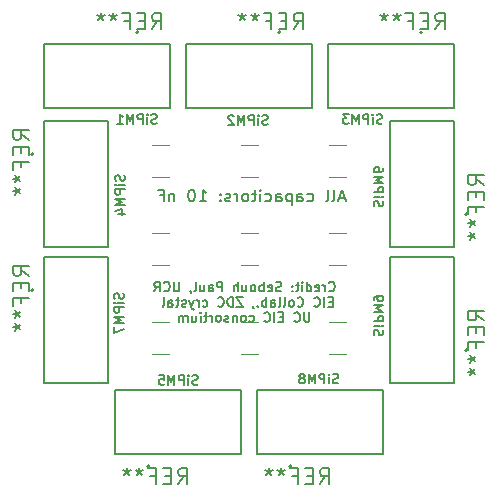
<source format=gbr>
%TF.GenerationSoftware,KiCad,Pcbnew,8.0.2-1*%
%TF.CreationDate,2024-06-27T00:14:20-04:00*%
%TF.ProjectId,3x3_6mSiPMs,3378335f-366d-4536-9950-4d732e6b6963,rev?*%
%TF.SameCoordinates,Original*%
%TF.FileFunction,Legend,Bot*%
%TF.FilePolarity,Positive*%
%FSLAX46Y46*%
G04 Gerber Fmt 4.6, Leading zero omitted, Abs format (unit mm)*
G04 Created by KiCad (PCBNEW 8.0.2-1) date 2024-06-27 00:14:20*
%MOMM*%
%LPD*%
G01*
G04 APERTURE LIST*
%ADD10C,0.150000*%
%ADD11C,0.120000*%
%ADD12C,0.127000*%
%ADD13C,0.200000*%
G04 APERTURE END LIST*
D10*
X89324200Y-53742856D02*
X89362295Y-53857142D01*
X89362295Y-53857142D02*
X89362295Y-54047618D01*
X89362295Y-54047618D02*
X89324200Y-54123809D01*
X89324200Y-54123809D02*
X89286104Y-54161904D01*
X89286104Y-54161904D02*
X89209914Y-54199999D01*
X89209914Y-54199999D02*
X89133723Y-54199999D01*
X89133723Y-54199999D02*
X89057533Y-54161904D01*
X89057533Y-54161904D02*
X89019438Y-54123809D01*
X89019438Y-54123809D02*
X88981342Y-54047618D01*
X88981342Y-54047618D02*
X88943247Y-53895237D01*
X88943247Y-53895237D02*
X88905152Y-53819047D01*
X88905152Y-53819047D02*
X88867057Y-53780952D01*
X88867057Y-53780952D02*
X88790866Y-53742856D01*
X88790866Y-53742856D02*
X88714676Y-53742856D01*
X88714676Y-53742856D02*
X88638485Y-53780952D01*
X88638485Y-53780952D02*
X88600390Y-53819047D01*
X88600390Y-53819047D02*
X88562295Y-53895237D01*
X88562295Y-53895237D02*
X88562295Y-54085714D01*
X88562295Y-54085714D02*
X88600390Y-54199999D01*
X89362295Y-54542857D02*
X88828961Y-54542857D01*
X88562295Y-54542857D02*
X88600390Y-54504761D01*
X88600390Y-54504761D02*
X88638485Y-54542857D01*
X88638485Y-54542857D02*
X88600390Y-54580952D01*
X88600390Y-54580952D02*
X88562295Y-54542857D01*
X88562295Y-54542857D02*
X88638485Y-54542857D01*
X89362295Y-54923809D02*
X88562295Y-54923809D01*
X88562295Y-54923809D02*
X88562295Y-55228571D01*
X88562295Y-55228571D02*
X88600390Y-55304761D01*
X88600390Y-55304761D02*
X88638485Y-55342856D01*
X88638485Y-55342856D02*
X88714676Y-55380952D01*
X88714676Y-55380952D02*
X88828961Y-55380952D01*
X88828961Y-55380952D02*
X88905152Y-55342856D01*
X88905152Y-55342856D02*
X88943247Y-55304761D01*
X88943247Y-55304761D02*
X88981342Y-55228571D01*
X88981342Y-55228571D02*
X88981342Y-54923809D01*
X89362295Y-55723809D02*
X88562295Y-55723809D01*
X88562295Y-55723809D02*
X89133723Y-55990475D01*
X89133723Y-55990475D02*
X88562295Y-56257142D01*
X88562295Y-56257142D02*
X89362295Y-56257142D01*
X88562295Y-56561904D02*
X88562295Y-57095238D01*
X88562295Y-57095238D02*
X89362295Y-56752380D01*
X107557143Y-61324200D02*
X107442857Y-61362295D01*
X107442857Y-61362295D02*
X107252381Y-61362295D01*
X107252381Y-61362295D02*
X107176190Y-61324200D01*
X107176190Y-61324200D02*
X107138095Y-61286104D01*
X107138095Y-61286104D02*
X107100000Y-61209914D01*
X107100000Y-61209914D02*
X107100000Y-61133723D01*
X107100000Y-61133723D02*
X107138095Y-61057533D01*
X107138095Y-61057533D02*
X107176190Y-61019438D01*
X107176190Y-61019438D02*
X107252381Y-60981342D01*
X107252381Y-60981342D02*
X107404762Y-60943247D01*
X107404762Y-60943247D02*
X107480952Y-60905152D01*
X107480952Y-60905152D02*
X107519047Y-60867057D01*
X107519047Y-60867057D02*
X107557143Y-60790866D01*
X107557143Y-60790866D02*
X107557143Y-60714676D01*
X107557143Y-60714676D02*
X107519047Y-60638485D01*
X107519047Y-60638485D02*
X107480952Y-60600390D01*
X107480952Y-60600390D02*
X107404762Y-60562295D01*
X107404762Y-60562295D02*
X107214285Y-60562295D01*
X107214285Y-60562295D02*
X107100000Y-60600390D01*
X106757142Y-61362295D02*
X106757142Y-60828961D01*
X106757142Y-60562295D02*
X106795238Y-60600390D01*
X106795238Y-60600390D02*
X106757142Y-60638485D01*
X106757142Y-60638485D02*
X106719047Y-60600390D01*
X106719047Y-60600390D02*
X106757142Y-60562295D01*
X106757142Y-60562295D02*
X106757142Y-60638485D01*
X106376190Y-61362295D02*
X106376190Y-60562295D01*
X106376190Y-60562295D02*
X106071428Y-60562295D01*
X106071428Y-60562295D02*
X105995238Y-60600390D01*
X105995238Y-60600390D02*
X105957143Y-60638485D01*
X105957143Y-60638485D02*
X105919047Y-60714676D01*
X105919047Y-60714676D02*
X105919047Y-60828961D01*
X105919047Y-60828961D02*
X105957143Y-60905152D01*
X105957143Y-60905152D02*
X105995238Y-60943247D01*
X105995238Y-60943247D02*
X106071428Y-60981342D01*
X106071428Y-60981342D02*
X106376190Y-60981342D01*
X105576190Y-61362295D02*
X105576190Y-60562295D01*
X105576190Y-60562295D02*
X105309524Y-61133723D01*
X105309524Y-61133723D02*
X105042857Y-60562295D01*
X105042857Y-60562295D02*
X105042857Y-61362295D01*
X104547619Y-60905152D02*
X104623809Y-60867057D01*
X104623809Y-60867057D02*
X104661904Y-60828961D01*
X104661904Y-60828961D02*
X104700000Y-60752771D01*
X104700000Y-60752771D02*
X104700000Y-60714676D01*
X104700000Y-60714676D02*
X104661904Y-60638485D01*
X104661904Y-60638485D02*
X104623809Y-60600390D01*
X104623809Y-60600390D02*
X104547619Y-60562295D01*
X104547619Y-60562295D02*
X104395238Y-60562295D01*
X104395238Y-60562295D02*
X104319047Y-60600390D01*
X104319047Y-60600390D02*
X104280952Y-60638485D01*
X104280952Y-60638485D02*
X104242857Y-60714676D01*
X104242857Y-60714676D02*
X104242857Y-60752771D01*
X104242857Y-60752771D02*
X104280952Y-60828961D01*
X104280952Y-60828961D02*
X104319047Y-60867057D01*
X104319047Y-60867057D02*
X104395238Y-60905152D01*
X104395238Y-60905152D02*
X104547619Y-60905152D01*
X104547619Y-60905152D02*
X104623809Y-60943247D01*
X104623809Y-60943247D02*
X104661904Y-60981342D01*
X104661904Y-60981342D02*
X104700000Y-61057533D01*
X104700000Y-61057533D02*
X104700000Y-61209914D01*
X104700000Y-61209914D02*
X104661904Y-61286104D01*
X104661904Y-61286104D02*
X104623809Y-61324200D01*
X104623809Y-61324200D02*
X104547619Y-61362295D01*
X104547619Y-61362295D02*
X104395238Y-61362295D01*
X104395238Y-61362295D02*
X104319047Y-61324200D01*
X104319047Y-61324200D02*
X104280952Y-61286104D01*
X104280952Y-61286104D02*
X104242857Y-61209914D01*
X104242857Y-61209914D02*
X104242857Y-61057533D01*
X104242857Y-61057533D02*
X104280952Y-60981342D01*
X104280952Y-60981342D02*
X104319047Y-60943247D01*
X104319047Y-60943247D02*
X104395238Y-60905152D01*
X110575800Y-46357143D02*
X110537704Y-46242857D01*
X110537704Y-46242857D02*
X110537704Y-46052381D01*
X110537704Y-46052381D02*
X110575800Y-45976190D01*
X110575800Y-45976190D02*
X110613895Y-45938095D01*
X110613895Y-45938095D02*
X110690085Y-45900000D01*
X110690085Y-45900000D02*
X110766276Y-45900000D01*
X110766276Y-45900000D02*
X110842466Y-45938095D01*
X110842466Y-45938095D02*
X110880561Y-45976190D01*
X110880561Y-45976190D02*
X110918657Y-46052381D01*
X110918657Y-46052381D02*
X110956752Y-46204762D01*
X110956752Y-46204762D02*
X110994847Y-46280952D01*
X110994847Y-46280952D02*
X111032942Y-46319047D01*
X111032942Y-46319047D02*
X111109133Y-46357143D01*
X111109133Y-46357143D02*
X111185323Y-46357143D01*
X111185323Y-46357143D02*
X111261514Y-46319047D01*
X111261514Y-46319047D02*
X111299609Y-46280952D01*
X111299609Y-46280952D02*
X111337704Y-46204762D01*
X111337704Y-46204762D02*
X111337704Y-46014285D01*
X111337704Y-46014285D02*
X111299609Y-45900000D01*
X110537704Y-45557142D02*
X111071038Y-45557142D01*
X111337704Y-45557142D02*
X111299609Y-45595238D01*
X111299609Y-45595238D02*
X111261514Y-45557142D01*
X111261514Y-45557142D02*
X111299609Y-45519047D01*
X111299609Y-45519047D02*
X111337704Y-45557142D01*
X111337704Y-45557142D02*
X111261514Y-45557142D01*
X110537704Y-45176190D02*
X111337704Y-45176190D01*
X111337704Y-45176190D02*
X111337704Y-44871428D01*
X111337704Y-44871428D02*
X111299609Y-44795238D01*
X111299609Y-44795238D02*
X111261514Y-44757143D01*
X111261514Y-44757143D02*
X111185323Y-44719047D01*
X111185323Y-44719047D02*
X111071038Y-44719047D01*
X111071038Y-44719047D02*
X110994847Y-44757143D01*
X110994847Y-44757143D02*
X110956752Y-44795238D01*
X110956752Y-44795238D02*
X110918657Y-44871428D01*
X110918657Y-44871428D02*
X110918657Y-45176190D01*
X110537704Y-44376190D02*
X111337704Y-44376190D01*
X111337704Y-44376190D02*
X110766276Y-44109524D01*
X110766276Y-44109524D02*
X111337704Y-43842857D01*
X111337704Y-43842857D02*
X110537704Y-43842857D01*
X111337704Y-43119047D02*
X111337704Y-43271428D01*
X111337704Y-43271428D02*
X111299609Y-43347619D01*
X111299609Y-43347619D02*
X111261514Y-43385714D01*
X111261514Y-43385714D02*
X111147228Y-43461904D01*
X111147228Y-43461904D02*
X110994847Y-43500000D01*
X110994847Y-43500000D02*
X110690085Y-43500000D01*
X110690085Y-43500000D02*
X110613895Y-43461904D01*
X110613895Y-43461904D02*
X110575800Y-43423809D01*
X110575800Y-43423809D02*
X110537704Y-43347619D01*
X110537704Y-43347619D02*
X110537704Y-43195238D01*
X110537704Y-43195238D02*
X110575800Y-43119047D01*
X110575800Y-43119047D02*
X110613895Y-43080952D01*
X110613895Y-43080952D02*
X110690085Y-43042857D01*
X110690085Y-43042857D02*
X110880561Y-43042857D01*
X110880561Y-43042857D02*
X110956752Y-43080952D01*
X110956752Y-43080952D02*
X110994847Y-43119047D01*
X110994847Y-43119047D02*
X111032942Y-43195238D01*
X111032942Y-43195238D02*
X111032942Y-43347619D01*
X111032942Y-43347619D02*
X110994847Y-43423809D01*
X110994847Y-43423809D02*
X110956752Y-43461904D01*
X110956752Y-43461904D02*
X110880561Y-43500000D01*
X89424200Y-43742856D02*
X89462295Y-43857142D01*
X89462295Y-43857142D02*
X89462295Y-44047618D01*
X89462295Y-44047618D02*
X89424200Y-44123809D01*
X89424200Y-44123809D02*
X89386104Y-44161904D01*
X89386104Y-44161904D02*
X89309914Y-44199999D01*
X89309914Y-44199999D02*
X89233723Y-44199999D01*
X89233723Y-44199999D02*
X89157533Y-44161904D01*
X89157533Y-44161904D02*
X89119438Y-44123809D01*
X89119438Y-44123809D02*
X89081342Y-44047618D01*
X89081342Y-44047618D02*
X89043247Y-43895237D01*
X89043247Y-43895237D02*
X89005152Y-43819047D01*
X89005152Y-43819047D02*
X88967057Y-43780952D01*
X88967057Y-43780952D02*
X88890866Y-43742856D01*
X88890866Y-43742856D02*
X88814676Y-43742856D01*
X88814676Y-43742856D02*
X88738485Y-43780952D01*
X88738485Y-43780952D02*
X88700390Y-43819047D01*
X88700390Y-43819047D02*
X88662295Y-43895237D01*
X88662295Y-43895237D02*
X88662295Y-44085714D01*
X88662295Y-44085714D02*
X88700390Y-44199999D01*
X89462295Y-44542857D02*
X88928961Y-44542857D01*
X88662295Y-44542857D02*
X88700390Y-44504761D01*
X88700390Y-44504761D02*
X88738485Y-44542857D01*
X88738485Y-44542857D02*
X88700390Y-44580952D01*
X88700390Y-44580952D02*
X88662295Y-44542857D01*
X88662295Y-44542857D02*
X88738485Y-44542857D01*
X89462295Y-44923809D02*
X88662295Y-44923809D01*
X88662295Y-44923809D02*
X88662295Y-45228571D01*
X88662295Y-45228571D02*
X88700390Y-45304761D01*
X88700390Y-45304761D02*
X88738485Y-45342856D01*
X88738485Y-45342856D02*
X88814676Y-45380952D01*
X88814676Y-45380952D02*
X88928961Y-45380952D01*
X88928961Y-45380952D02*
X89005152Y-45342856D01*
X89005152Y-45342856D02*
X89043247Y-45304761D01*
X89043247Y-45304761D02*
X89081342Y-45228571D01*
X89081342Y-45228571D02*
X89081342Y-44923809D01*
X89462295Y-45723809D02*
X88662295Y-45723809D01*
X88662295Y-45723809D02*
X89233723Y-45990475D01*
X89233723Y-45990475D02*
X88662295Y-46257142D01*
X88662295Y-46257142D02*
X89462295Y-46257142D01*
X88928961Y-46980952D02*
X89462295Y-46980952D01*
X88624200Y-46790476D02*
X89195628Y-46599999D01*
X89195628Y-46599999D02*
X89195628Y-47095238D01*
X110575800Y-57257143D02*
X110537704Y-57142857D01*
X110537704Y-57142857D02*
X110537704Y-56952381D01*
X110537704Y-56952381D02*
X110575800Y-56876190D01*
X110575800Y-56876190D02*
X110613895Y-56838095D01*
X110613895Y-56838095D02*
X110690085Y-56800000D01*
X110690085Y-56800000D02*
X110766276Y-56800000D01*
X110766276Y-56800000D02*
X110842466Y-56838095D01*
X110842466Y-56838095D02*
X110880561Y-56876190D01*
X110880561Y-56876190D02*
X110918657Y-56952381D01*
X110918657Y-56952381D02*
X110956752Y-57104762D01*
X110956752Y-57104762D02*
X110994847Y-57180952D01*
X110994847Y-57180952D02*
X111032942Y-57219047D01*
X111032942Y-57219047D02*
X111109133Y-57257143D01*
X111109133Y-57257143D02*
X111185323Y-57257143D01*
X111185323Y-57257143D02*
X111261514Y-57219047D01*
X111261514Y-57219047D02*
X111299609Y-57180952D01*
X111299609Y-57180952D02*
X111337704Y-57104762D01*
X111337704Y-57104762D02*
X111337704Y-56914285D01*
X111337704Y-56914285D02*
X111299609Y-56800000D01*
X110537704Y-56457142D02*
X111071038Y-56457142D01*
X111337704Y-56457142D02*
X111299609Y-56495238D01*
X111299609Y-56495238D02*
X111261514Y-56457142D01*
X111261514Y-56457142D02*
X111299609Y-56419047D01*
X111299609Y-56419047D02*
X111337704Y-56457142D01*
X111337704Y-56457142D02*
X111261514Y-56457142D01*
X110537704Y-56076190D02*
X111337704Y-56076190D01*
X111337704Y-56076190D02*
X111337704Y-55771428D01*
X111337704Y-55771428D02*
X111299609Y-55695238D01*
X111299609Y-55695238D02*
X111261514Y-55657143D01*
X111261514Y-55657143D02*
X111185323Y-55619047D01*
X111185323Y-55619047D02*
X111071038Y-55619047D01*
X111071038Y-55619047D02*
X110994847Y-55657143D01*
X110994847Y-55657143D02*
X110956752Y-55695238D01*
X110956752Y-55695238D02*
X110918657Y-55771428D01*
X110918657Y-55771428D02*
X110918657Y-56076190D01*
X110537704Y-55276190D02*
X111337704Y-55276190D01*
X111337704Y-55276190D02*
X110766276Y-55009524D01*
X110766276Y-55009524D02*
X111337704Y-54742857D01*
X111337704Y-54742857D02*
X110537704Y-54742857D01*
X110537704Y-54323809D02*
X110537704Y-54171428D01*
X110537704Y-54171428D02*
X110575800Y-54095238D01*
X110575800Y-54095238D02*
X110613895Y-54057142D01*
X110613895Y-54057142D02*
X110728180Y-53980952D01*
X110728180Y-53980952D02*
X110880561Y-53942857D01*
X110880561Y-53942857D02*
X111185323Y-53942857D01*
X111185323Y-53942857D02*
X111261514Y-53980952D01*
X111261514Y-53980952D02*
X111299609Y-54019047D01*
X111299609Y-54019047D02*
X111337704Y-54095238D01*
X111337704Y-54095238D02*
X111337704Y-54247619D01*
X111337704Y-54247619D02*
X111299609Y-54323809D01*
X111299609Y-54323809D02*
X111261514Y-54361904D01*
X111261514Y-54361904D02*
X111185323Y-54400000D01*
X111185323Y-54400000D02*
X110994847Y-54400000D01*
X110994847Y-54400000D02*
X110918657Y-54361904D01*
X110918657Y-54361904D02*
X110880561Y-54323809D01*
X110880561Y-54323809D02*
X110842466Y-54247619D01*
X110842466Y-54247619D02*
X110842466Y-54095238D01*
X110842466Y-54095238D02*
X110880561Y-54019047D01*
X110880561Y-54019047D02*
X110918657Y-53980952D01*
X110918657Y-53980952D02*
X110994847Y-53942857D01*
X95657143Y-61424200D02*
X95542857Y-61462295D01*
X95542857Y-61462295D02*
X95352381Y-61462295D01*
X95352381Y-61462295D02*
X95276190Y-61424200D01*
X95276190Y-61424200D02*
X95238095Y-61386104D01*
X95238095Y-61386104D02*
X95200000Y-61309914D01*
X95200000Y-61309914D02*
X95200000Y-61233723D01*
X95200000Y-61233723D02*
X95238095Y-61157533D01*
X95238095Y-61157533D02*
X95276190Y-61119438D01*
X95276190Y-61119438D02*
X95352381Y-61081342D01*
X95352381Y-61081342D02*
X95504762Y-61043247D01*
X95504762Y-61043247D02*
X95580952Y-61005152D01*
X95580952Y-61005152D02*
X95619047Y-60967057D01*
X95619047Y-60967057D02*
X95657143Y-60890866D01*
X95657143Y-60890866D02*
X95657143Y-60814676D01*
X95657143Y-60814676D02*
X95619047Y-60738485D01*
X95619047Y-60738485D02*
X95580952Y-60700390D01*
X95580952Y-60700390D02*
X95504762Y-60662295D01*
X95504762Y-60662295D02*
X95314285Y-60662295D01*
X95314285Y-60662295D02*
X95200000Y-60700390D01*
X94857142Y-61462295D02*
X94857142Y-60928961D01*
X94857142Y-60662295D02*
X94895238Y-60700390D01*
X94895238Y-60700390D02*
X94857142Y-60738485D01*
X94857142Y-60738485D02*
X94819047Y-60700390D01*
X94819047Y-60700390D02*
X94857142Y-60662295D01*
X94857142Y-60662295D02*
X94857142Y-60738485D01*
X94476190Y-61462295D02*
X94476190Y-60662295D01*
X94476190Y-60662295D02*
X94171428Y-60662295D01*
X94171428Y-60662295D02*
X94095238Y-60700390D01*
X94095238Y-60700390D02*
X94057143Y-60738485D01*
X94057143Y-60738485D02*
X94019047Y-60814676D01*
X94019047Y-60814676D02*
X94019047Y-60928961D01*
X94019047Y-60928961D02*
X94057143Y-61005152D01*
X94057143Y-61005152D02*
X94095238Y-61043247D01*
X94095238Y-61043247D02*
X94171428Y-61081342D01*
X94171428Y-61081342D02*
X94476190Y-61081342D01*
X93676190Y-61462295D02*
X93676190Y-60662295D01*
X93676190Y-60662295D02*
X93409524Y-61233723D01*
X93409524Y-61233723D02*
X93142857Y-60662295D01*
X93142857Y-60662295D02*
X93142857Y-61462295D01*
X92380952Y-60662295D02*
X92761904Y-60662295D01*
X92761904Y-60662295D02*
X92800000Y-61043247D01*
X92800000Y-61043247D02*
X92761904Y-61005152D01*
X92761904Y-61005152D02*
X92685714Y-60967057D01*
X92685714Y-60967057D02*
X92495238Y-60967057D01*
X92495238Y-60967057D02*
X92419047Y-61005152D01*
X92419047Y-61005152D02*
X92380952Y-61043247D01*
X92380952Y-61043247D02*
X92342857Y-61119438D01*
X92342857Y-61119438D02*
X92342857Y-61309914D01*
X92342857Y-61309914D02*
X92380952Y-61386104D01*
X92380952Y-61386104D02*
X92419047Y-61424200D01*
X92419047Y-61424200D02*
X92495238Y-61462295D01*
X92495238Y-61462295D02*
X92685714Y-61462295D01*
X92685714Y-61462295D02*
X92761904Y-61424200D01*
X92761904Y-61424200D02*
X92800000Y-61386104D01*
X111257143Y-39324200D02*
X111142857Y-39362295D01*
X111142857Y-39362295D02*
X110952381Y-39362295D01*
X110952381Y-39362295D02*
X110876190Y-39324200D01*
X110876190Y-39324200D02*
X110838095Y-39286104D01*
X110838095Y-39286104D02*
X110800000Y-39209914D01*
X110800000Y-39209914D02*
X110800000Y-39133723D01*
X110800000Y-39133723D02*
X110838095Y-39057533D01*
X110838095Y-39057533D02*
X110876190Y-39019438D01*
X110876190Y-39019438D02*
X110952381Y-38981342D01*
X110952381Y-38981342D02*
X111104762Y-38943247D01*
X111104762Y-38943247D02*
X111180952Y-38905152D01*
X111180952Y-38905152D02*
X111219047Y-38867057D01*
X111219047Y-38867057D02*
X111257143Y-38790866D01*
X111257143Y-38790866D02*
X111257143Y-38714676D01*
X111257143Y-38714676D02*
X111219047Y-38638485D01*
X111219047Y-38638485D02*
X111180952Y-38600390D01*
X111180952Y-38600390D02*
X111104762Y-38562295D01*
X111104762Y-38562295D02*
X110914285Y-38562295D01*
X110914285Y-38562295D02*
X110800000Y-38600390D01*
X110457142Y-39362295D02*
X110457142Y-38828961D01*
X110457142Y-38562295D02*
X110495238Y-38600390D01*
X110495238Y-38600390D02*
X110457142Y-38638485D01*
X110457142Y-38638485D02*
X110419047Y-38600390D01*
X110419047Y-38600390D02*
X110457142Y-38562295D01*
X110457142Y-38562295D02*
X110457142Y-38638485D01*
X110076190Y-39362295D02*
X110076190Y-38562295D01*
X110076190Y-38562295D02*
X109771428Y-38562295D01*
X109771428Y-38562295D02*
X109695238Y-38600390D01*
X109695238Y-38600390D02*
X109657143Y-38638485D01*
X109657143Y-38638485D02*
X109619047Y-38714676D01*
X109619047Y-38714676D02*
X109619047Y-38828961D01*
X109619047Y-38828961D02*
X109657143Y-38905152D01*
X109657143Y-38905152D02*
X109695238Y-38943247D01*
X109695238Y-38943247D02*
X109771428Y-38981342D01*
X109771428Y-38981342D02*
X110076190Y-38981342D01*
X109276190Y-39362295D02*
X109276190Y-38562295D01*
X109276190Y-38562295D02*
X109009524Y-39133723D01*
X109009524Y-39133723D02*
X108742857Y-38562295D01*
X108742857Y-38562295D02*
X108742857Y-39362295D01*
X108438095Y-38562295D02*
X107942857Y-38562295D01*
X107942857Y-38562295D02*
X108209523Y-38867057D01*
X108209523Y-38867057D02*
X108095238Y-38867057D01*
X108095238Y-38867057D02*
X108019047Y-38905152D01*
X108019047Y-38905152D02*
X107980952Y-38943247D01*
X107980952Y-38943247D02*
X107942857Y-39019438D01*
X107942857Y-39019438D02*
X107942857Y-39209914D01*
X107942857Y-39209914D02*
X107980952Y-39286104D01*
X107980952Y-39286104D02*
X108019047Y-39324200D01*
X108019047Y-39324200D02*
X108095238Y-39362295D01*
X108095238Y-39362295D02*
X108323809Y-39362295D01*
X108323809Y-39362295D02*
X108400000Y-39324200D01*
X108400000Y-39324200D02*
X108438095Y-39286104D01*
X108080953Y-45669104D02*
X107604763Y-45669104D01*
X108176191Y-45954819D02*
X107842858Y-44954819D01*
X107842858Y-44954819D02*
X107509525Y-45954819D01*
X107033334Y-45954819D02*
X107128572Y-45907200D01*
X107128572Y-45907200D02*
X107176191Y-45811961D01*
X107176191Y-45811961D02*
X107176191Y-44954819D01*
X106509524Y-45954819D02*
X106604762Y-45907200D01*
X106604762Y-45907200D02*
X106652381Y-45811961D01*
X106652381Y-45811961D02*
X106652381Y-44954819D01*
X104938095Y-45907200D02*
X105033333Y-45954819D01*
X105033333Y-45954819D02*
X105223809Y-45954819D01*
X105223809Y-45954819D02*
X105319047Y-45907200D01*
X105319047Y-45907200D02*
X105366666Y-45859580D01*
X105366666Y-45859580D02*
X105414285Y-45764342D01*
X105414285Y-45764342D02*
X105414285Y-45478628D01*
X105414285Y-45478628D02*
X105366666Y-45383390D01*
X105366666Y-45383390D02*
X105319047Y-45335771D01*
X105319047Y-45335771D02*
X105223809Y-45288152D01*
X105223809Y-45288152D02*
X105033333Y-45288152D01*
X105033333Y-45288152D02*
X104938095Y-45335771D01*
X104080952Y-45954819D02*
X104080952Y-45431009D01*
X104080952Y-45431009D02*
X104128571Y-45335771D01*
X104128571Y-45335771D02*
X104223809Y-45288152D01*
X104223809Y-45288152D02*
X104414285Y-45288152D01*
X104414285Y-45288152D02*
X104509523Y-45335771D01*
X104080952Y-45907200D02*
X104176190Y-45954819D01*
X104176190Y-45954819D02*
X104414285Y-45954819D01*
X104414285Y-45954819D02*
X104509523Y-45907200D01*
X104509523Y-45907200D02*
X104557142Y-45811961D01*
X104557142Y-45811961D02*
X104557142Y-45716723D01*
X104557142Y-45716723D02*
X104509523Y-45621485D01*
X104509523Y-45621485D02*
X104414285Y-45573866D01*
X104414285Y-45573866D02*
X104176190Y-45573866D01*
X104176190Y-45573866D02*
X104080952Y-45526247D01*
X103604761Y-45288152D02*
X103604761Y-46288152D01*
X103604761Y-45335771D02*
X103509523Y-45288152D01*
X103509523Y-45288152D02*
X103319047Y-45288152D01*
X103319047Y-45288152D02*
X103223809Y-45335771D01*
X103223809Y-45335771D02*
X103176190Y-45383390D01*
X103176190Y-45383390D02*
X103128571Y-45478628D01*
X103128571Y-45478628D02*
X103128571Y-45764342D01*
X103128571Y-45764342D02*
X103176190Y-45859580D01*
X103176190Y-45859580D02*
X103223809Y-45907200D01*
X103223809Y-45907200D02*
X103319047Y-45954819D01*
X103319047Y-45954819D02*
X103509523Y-45954819D01*
X103509523Y-45954819D02*
X103604761Y-45907200D01*
X102271428Y-45954819D02*
X102271428Y-45431009D01*
X102271428Y-45431009D02*
X102319047Y-45335771D01*
X102319047Y-45335771D02*
X102414285Y-45288152D01*
X102414285Y-45288152D02*
X102604761Y-45288152D01*
X102604761Y-45288152D02*
X102699999Y-45335771D01*
X102271428Y-45907200D02*
X102366666Y-45954819D01*
X102366666Y-45954819D02*
X102604761Y-45954819D01*
X102604761Y-45954819D02*
X102699999Y-45907200D01*
X102699999Y-45907200D02*
X102747618Y-45811961D01*
X102747618Y-45811961D02*
X102747618Y-45716723D01*
X102747618Y-45716723D02*
X102699999Y-45621485D01*
X102699999Y-45621485D02*
X102604761Y-45573866D01*
X102604761Y-45573866D02*
X102366666Y-45573866D01*
X102366666Y-45573866D02*
X102271428Y-45526247D01*
X101366666Y-45907200D02*
X101461904Y-45954819D01*
X101461904Y-45954819D02*
X101652380Y-45954819D01*
X101652380Y-45954819D02*
X101747618Y-45907200D01*
X101747618Y-45907200D02*
X101795237Y-45859580D01*
X101795237Y-45859580D02*
X101842856Y-45764342D01*
X101842856Y-45764342D02*
X101842856Y-45478628D01*
X101842856Y-45478628D02*
X101795237Y-45383390D01*
X101795237Y-45383390D02*
X101747618Y-45335771D01*
X101747618Y-45335771D02*
X101652380Y-45288152D01*
X101652380Y-45288152D02*
X101461904Y-45288152D01*
X101461904Y-45288152D02*
X101366666Y-45335771D01*
X100938094Y-45954819D02*
X100938094Y-45288152D01*
X100938094Y-44954819D02*
X100985713Y-45002438D01*
X100985713Y-45002438D02*
X100938094Y-45050057D01*
X100938094Y-45050057D02*
X100890475Y-45002438D01*
X100890475Y-45002438D02*
X100938094Y-44954819D01*
X100938094Y-44954819D02*
X100938094Y-45050057D01*
X100604761Y-45288152D02*
X100223809Y-45288152D01*
X100461904Y-44954819D02*
X100461904Y-45811961D01*
X100461904Y-45811961D02*
X100414285Y-45907200D01*
X100414285Y-45907200D02*
X100319047Y-45954819D01*
X100319047Y-45954819D02*
X100223809Y-45954819D01*
X99747618Y-45954819D02*
X99842856Y-45907200D01*
X99842856Y-45907200D02*
X99890475Y-45859580D01*
X99890475Y-45859580D02*
X99938094Y-45764342D01*
X99938094Y-45764342D02*
X99938094Y-45478628D01*
X99938094Y-45478628D02*
X99890475Y-45383390D01*
X99890475Y-45383390D02*
X99842856Y-45335771D01*
X99842856Y-45335771D02*
X99747618Y-45288152D01*
X99747618Y-45288152D02*
X99604761Y-45288152D01*
X99604761Y-45288152D02*
X99509523Y-45335771D01*
X99509523Y-45335771D02*
X99461904Y-45383390D01*
X99461904Y-45383390D02*
X99414285Y-45478628D01*
X99414285Y-45478628D02*
X99414285Y-45764342D01*
X99414285Y-45764342D02*
X99461904Y-45859580D01*
X99461904Y-45859580D02*
X99509523Y-45907200D01*
X99509523Y-45907200D02*
X99604761Y-45954819D01*
X99604761Y-45954819D02*
X99747618Y-45954819D01*
X98985713Y-45954819D02*
X98985713Y-45288152D01*
X98985713Y-45478628D02*
X98938094Y-45383390D01*
X98938094Y-45383390D02*
X98890475Y-45335771D01*
X98890475Y-45335771D02*
X98795237Y-45288152D01*
X98795237Y-45288152D02*
X98699999Y-45288152D01*
X98414284Y-45907200D02*
X98319046Y-45954819D01*
X98319046Y-45954819D02*
X98128570Y-45954819D01*
X98128570Y-45954819D02*
X98033332Y-45907200D01*
X98033332Y-45907200D02*
X97985713Y-45811961D01*
X97985713Y-45811961D02*
X97985713Y-45764342D01*
X97985713Y-45764342D02*
X98033332Y-45669104D01*
X98033332Y-45669104D02*
X98128570Y-45621485D01*
X98128570Y-45621485D02*
X98271427Y-45621485D01*
X98271427Y-45621485D02*
X98366665Y-45573866D01*
X98366665Y-45573866D02*
X98414284Y-45478628D01*
X98414284Y-45478628D02*
X98414284Y-45431009D01*
X98414284Y-45431009D02*
X98366665Y-45335771D01*
X98366665Y-45335771D02*
X98271427Y-45288152D01*
X98271427Y-45288152D02*
X98128570Y-45288152D01*
X98128570Y-45288152D02*
X98033332Y-45335771D01*
X97557141Y-45859580D02*
X97509522Y-45907200D01*
X97509522Y-45907200D02*
X97557141Y-45954819D01*
X97557141Y-45954819D02*
X97604760Y-45907200D01*
X97604760Y-45907200D02*
X97557141Y-45859580D01*
X97557141Y-45859580D02*
X97557141Y-45954819D01*
X97557141Y-45335771D02*
X97509522Y-45383390D01*
X97509522Y-45383390D02*
X97557141Y-45431009D01*
X97557141Y-45431009D02*
X97604760Y-45383390D01*
X97604760Y-45383390D02*
X97557141Y-45335771D01*
X97557141Y-45335771D02*
X97557141Y-45431009D01*
X95795237Y-45954819D02*
X96366665Y-45954819D01*
X96080951Y-45954819D02*
X96080951Y-44954819D01*
X96080951Y-44954819D02*
X96176189Y-45097676D01*
X96176189Y-45097676D02*
X96271427Y-45192914D01*
X96271427Y-45192914D02*
X96366665Y-45240533D01*
X95176189Y-44954819D02*
X95080951Y-44954819D01*
X95080951Y-44954819D02*
X94985713Y-45002438D01*
X94985713Y-45002438D02*
X94938094Y-45050057D01*
X94938094Y-45050057D02*
X94890475Y-45145295D01*
X94890475Y-45145295D02*
X94842856Y-45335771D01*
X94842856Y-45335771D02*
X94842856Y-45573866D01*
X94842856Y-45573866D02*
X94890475Y-45764342D01*
X94890475Y-45764342D02*
X94938094Y-45859580D01*
X94938094Y-45859580D02*
X94985713Y-45907200D01*
X94985713Y-45907200D02*
X95080951Y-45954819D01*
X95080951Y-45954819D02*
X95176189Y-45954819D01*
X95176189Y-45954819D02*
X95271427Y-45907200D01*
X95271427Y-45907200D02*
X95319046Y-45859580D01*
X95319046Y-45859580D02*
X95366665Y-45764342D01*
X95366665Y-45764342D02*
X95414284Y-45573866D01*
X95414284Y-45573866D02*
X95414284Y-45335771D01*
X95414284Y-45335771D02*
X95366665Y-45145295D01*
X95366665Y-45145295D02*
X95319046Y-45050057D01*
X95319046Y-45050057D02*
X95271427Y-45002438D01*
X95271427Y-45002438D02*
X95176189Y-44954819D01*
X93652379Y-45288152D02*
X93652379Y-45954819D01*
X93652379Y-45383390D02*
X93604760Y-45335771D01*
X93604760Y-45335771D02*
X93509522Y-45288152D01*
X93509522Y-45288152D02*
X93366665Y-45288152D01*
X93366665Y-45288152D02*
X93271427Y-45335771D01*
X93271427Y-45335771D02*
X93223808Y-45431009D01*
X93223808Y-45431009D02*
X93223808Y-45954819D01*
X92414284Y-45431009D02*
X92747617Y-45431009D01*
X92747617Y-45954819D02*
X92747617Y-44954819D01*
X92747617Y-44954819D02*
X92271427Y-44954819D01*
X106742857Y-53498149D02*
X106780953Y-53536245D01*
X106780953Y-53536245D02*
X106895238Y-53574340D01*
X106895238Y-53574340D02*
X106971429Y-53574340D01*
X106971429Y-53574340D02*
X107085715Y-53536245D01*
X107085715Y-53536245D02*
X107161905Y-53460054D01*
X107161905Y-53460054D02*
X107200000Y-53383864D01*
X107200000Y-53383864D02*
X107238096Y-53231483D01*
X107238096Y-53231483D02*
X107238096Y-53117197D01*
X107238096Y-53117197D02*
X107200000Y-52964816D01*
X107200000Y-52964816D02*
X107161905Y-52888625D01*
X107161905Y-52888625D02*
X107085715Y-52812435D01*
X107085715Y-52812435D02*
X106971429Y-52774340D01*
X106971429Y-52774340D02*
X106895238Y-52774340D01*
X106895238Y-52774340D02*
X106780953Y-52812435D01*
X106780953Y-52812435D02*
X106742857Y-52850530D01*
X106400000Y-53574340D02*
X106400000Y-53041006D01*
X106400000Y-53193387D02*
X106361905Y-53117197D01*
X106361905Y-53117197D02*
X106323810Y-53079102D01*
X106323810Y-53079102D02*
X106247619Y-53041006D01*
X106247619Y-53041006D02*
X106171429Y-53041006D01*
X105600000Y-53536245D02*
X105676191Y-53574340D01*
X105676191Y-53574340D02*
X105828572Y-53574340D01*
X105828572Y-53574340D02*
X105904762Y-53536245D01*
X105904762Y-53536245D02*
X105942858Y-53460054D01*
X105942858Y-53460054D02*
X105942858Y-53155292D01*
X105942858Y-53155292D02*
X105904762Y-53079102D01*
X105904762Y-53079102D02*
X105828572Y-53041006D01*
X105828572Y-53041006D02*
X105676191Y-53041006D01*
X105676191Y-53041006D02*
X105600000Y-53079102D01*
X105600000Y-53079102D02*
X105561905Y-53155292D01*
X105561905Y-53155292D02*
X105561905Y-53231483D01*
X105561905Y-53231483D02*
X105942858Y-53307673D01*
X104876191Y-53574340D02*
X104876191Y-52774340D01*
X104876191Y-53536245D02*
X104952382Y-53574340D01*
X104952382Y-53574340D02*
X105104763Y-53574340D01*
X105104763Y-53574340D02*
X105180953Y-53536245D01*
X105180953Y-53536245D02*
X105219048Y-53498149D01*
X105219048Y-53498149D02*
X105257144Y-53421959D01*
X105257144Y-53421959D02*
X105257144Y-53193387D01*
X105257144Y-53193387D02*
X105219048Y-53117197D01*
X105219048Y-53117197D02*
X105180953Y-53079102D01*
X105180953Y-53079102D02*
X105104763Y-53041006D01*
X105104763Y-53041006D02*
X104952382Y-53041006D01*
X104952382Y-53041006D02*
X104876191Y-53079102D01*
X104495238Y-53574340D02*
X104495238Y-53041006D01*
X104495238Y-52774340D02*
X104533334Y-52812435D01*
X104533334Y-52812435D02*
X104495238Y-52850530D01*
X104495238Y-52850530D02*
X104457143Y-52812435D01*
X104457143Y-52812435D02*
X104495238Y-52774340D01*
X104495238Y-52774340D02*
X104495238Y-52850530D01*
X104228572Y-53041006D02*
X103923810Y-53041006D01*
X104114286Y-52774340D02*
X104114286Y-53460054D01*
X104114286Y-53460054D02*
X104076191Y-53536245D01*
X104076191Y-53536245D02*
X104000001Y-53574340D01*
X104000001Y-53574340D02*
X103923810Y-53574340D01*
X103657143Y-53498149D02*
X103619048Y-53536245D01*
X103619048Y-53536245D02*
X103657143Y-53574340D01*
X103657143Y-53574340D02*
X103695239Y-53536245D01*
X103695239Y-53536245D02*
X103657143Y-53498149D01*
X103657143Y-53498149D02*
X103657143Y-53574340D01*
X103657143Y-53079102D02*
X103619048Y-53117197D01*
X103619048Y-53117197D02*
X103657143Y-53155292D01*
X103657143Y-53155292D02*
X103695239Y-53117197D01*
X103695239Y-53117197D02*
X103657143Y-53079102D01*
X103657143Y-53079102D02*
X103657143Y-53155292D01*
X102704763Y-53536245D02*
X102590477Y-53574340D01*
X102590477Y-53574340D02*
X102400001Y-53574340D01*
X102400001Y-53574340D02*
X102323810Y-53536245D01*
X102323810Y-53536245D02*
X102285715Y-53498149D01*
X102285715Y-53498149D02*
X102247620Y-53421959D01*
X102247620Y-53421959D02*
X102247620Y-53345768D01*
X102247620Y-53345768D02*
X102285715Y-53269578D01*
X102285715Y-53269578D02*
X102323810Y-53231483D01*
X102323810Y-53231483D02*
X102400001Y-53193387D01*
X102400001Y-53193387D02*
X102552382Y-53155292D01*
X102552382Y-53155292D02*
X102628572Y-53117197D01*
X102628572Y-53117197D02*
X102666667Y-53079102D01*
X102666667Y-53079102D02*
X102704763Y-53002911D01*
X102704763Y-53002911D02*
X102704763Y-52926721D01*
X102704763Y-52926721D02*
X102666667Y-52850530D01*
X102666667Y-52850530D02*
X102628572Y-52812435D01*
X102628572Y-52812435D02*
X102552382Y-52774340D01*
X102552382Y-52774340D02*
X102361905Y-52774340D01*
X102361905Y-52774340D02*
X102247620Y-52812435D01*
X101600000Y-53536245D02*
X101676191Y-53574340D01*
X101676191Y-53574340D02*
X101828572Y-53574340D01*
X101828572Y-53574340D02*
X101904762Y-53536245D01*
X101904762Y-53536245D02*
X101942858Y-53460054D01*
X101942858Y-53460054D02*
X101942858Y-53155292D01*
X101942858Y-53155292D02*
X101904762Y-53079102D01*
X101904762Y-53079102D02*
X101828572Y-53041006D01*
X101828572Y-53041006D02*
X101676191Y-53041006D01*
X101676191Y-53041006D02*
X101600000Y-53079102D01*
X101600000Y-53079102D02*
X101561905Y-53155292D01*
X101561905Y-53155292D02*
X101561905Y-53231483D01*
X101561905Y-53231483D02*
X101942858Y-53307673D01*
X101219048Y-53574340D02*
X101219048Y-52774340D01*
X101219048Y-53079102D02*
X101142858Y-53041006D01*
X101142858Y-53041006D02*
X100990477Y-53041006D01*
X100990477Y-53041006D02*
X100914286Y-53079102D01*
X100914286Y-53079102D02*
X100876191Y-53117197D01*
X100876191Y-53117197D02*
X100838096Y-53193387D01*
X100838096Y-53193387D02*
X100838096Y-53421959D01*
X100838096Y-53421959D02*
X100876191Y-53498149D01*
X100876191Y-53498149D02*
X100914286Y-53536245D01*
X100914286Y-53536245D02*
X100990477Y-53574340D01*
X100990477Y-53574340D02*
X101142858Y-53574340D01*
X101142858Y-53574340D02*
X101219048Y-53536245D01*
X100380953Y-53574340D02*
X100457143Y-53536245D01*
X100457143Y-53536245D02*
X100495238Y-53498149D01*
X100495238Y-53498149D02*
X100533334Y-53421959D01*
X100533334Y-53421959D02*
X100533334Y-53193387D01*
X100533334Y-53193387D02*
X100495238Y-53117197D01*
X100495238Y-53117197D02*
X100457143Y-53079102D01*
X100457143Y-53079102D02*
X100380953Y-53041006D01*
X100380953Y-53041006D02*
X100266667Y-53041006D01*
X100266667Y-53041006D02*
X100190476Y-53079102D01*
X100190476Y-53079102D02*
X100152381Y-53117197D01*
X100152381Y-53117197D02*
X100114286Y-53193387D01*
X100114286Y-53193387D02*
X100114286Y-53421959D01*
X100114286Y-53421959D02*
X100152381Y-53498149D01*
X100152381Y-53498149D02*
X100190476Y-53536245D01*
X100190476Y-53536245D02*
X100266667Y-53574340D01*
X100266667Y-53574340D02*
X100380953Y-53574340D01*
X99428571Y-53041006D02*
X99428571Y-53574340D01*
X99771428Y-53041006D02*
X99771428Y-53460054D01*
X99771428Y-53460054D02*
X99733333Y-53536245D01*
X99733333Y-53536245D02*
X99657143Y-53574340D01*
X99657143Y-53574340D02*
X99542857Y-53574340D01*
X99542857Y-53574340D02*
X99466666Y-53536245D01*
X99466666Y-53536245D02*
X99428571Y-53498149D01*
X99047618Y-53574340D02*
X99047618Y-52774340D01*
X98704761Y-53574340D02*
X98704761Y-53155292D01*
X98704761Y-53155292D02*
X98742856Y-53079102D01*
X98742856Y-53079102D02*
X98819047Y-53041006D01*
X98819047Y-53041006D02*
X98933333Y-53041006D01*
X98933333Y-53041006D02*
X99009523Y-53079102D01*
X99009523Y-53079102D02*
X99047618Y-53117197D01*
X97714284Y-53574340D02*
X97714284Y-52774340D01*
X97714284Y-52774340D02*
X97409522Y-52774340D01*
X97409522Y-52774340D02*
X97333332Y-52812435D01*
X97333332Y-52812435D02*
X97295237Y-52850530D01*
X97295237Y-52850530D02*
X97257141Y-52926721D01*
X97257141Y-52926721D02*
X97257141Y-53041006D01*
X97257141Y-53041006D02*
X97295237Y-53117197D01*
X97295237Y-53117197D02*
X97333332Y-53155292D01*
X97333332Y-53155292D02*
X97409522Y-53193387D01*
X97409522Y-53193387D02*
X97714284Y-53193387D01*
X96571427Y-53574340D02*
X96571427Y-53155292D01*
X96571427Y-53155292D02*
X96609522Y-53079102D01*
X96609522Y-53079102D02*
X96685713Y-53041006D01*
X96685713Y-53041006D02*
X96838094Y-53041006D01*
X96838094Y-53041006D02*
X96914284Y-53079102D01*
X96571427Y-53536245D02*
X96647618Y-53574340D01*
X96647618Y-53574340D02*
X96838094Y-53574340D01*
X96838094Y-53574340D02*
X96914284Y-53536245D01*
X96914284Y-53536245D02*
X96952380Y-53460054D01*
X96952380Y-53460054D02*
X96952380Y-53383864D01*
X96952380Y-53383864D02*
X96914284Y-53307673D01*
X96914284Y-53307673D02*
X96838094Y-53269578D01*
X96838094Y-53269578D02*
X96647618Y-53269578D01*
X96647618Y-53269578D02*
X96571427Y-53231483D01*
X95847617Y-53041006D02*
X95847617Y-53574340D01*
X96190474Y-53041006D02*
X96190474Y-53460054D01*
X96190474Y-53460054D02*
X96152379Y-53536245D01*
X96152379Y-53536245D02*
X96076189Y-53574340D01*
X96076189Y-53574340D02*
X95961903Y-53574340D01*
X95961903Y-53574340D02*
X95885712Y-53536245D01*
X95885712Y-53536245D02*
X95847617Y-53498149D01*
X95352379Y-53574340D02*
X95428569Y-53536245D01*
X95428569Y-53536245D02*
X95466664Y-53460054D01*
X95466664Y-53460054D02*
X95466664Y-52774340D01*
X95009521Y-53536245D02*
X95009521Y-53574340D01*
X95009521Y-53574340D02*
X95047616Y-53650530D01*
X95047616Y-53650530D02*
X95085712Y-53688625D01*
X94057140Y-52774340D02*
X94057140Y-53421959D01*
X94057140Y-53421959D02*
X94019045Y-53498149D01*
X94019045Y-53498149D02*
X93980950Y-53536245D01*
X93980950Y-53536245D02*
X93904759Y-53574340D01*
X93904759Y-53574340D02*
X93752378Y-53574340D01*
X93752378Y-53574340D02*
X93676188Y-53536245D01*
X93676188Y-53536245D02*
X93638093Y-53498149D01*
X93638093Y-53498149D02*
X93599997Y-53421959D01*
X93599997Y-53421959D02*
X93599997Y-52774340D01*
X92761902Y-53498149D02*
X92799998Y-53536245D01*
X92799998Y-53536245D02*
X92914283Y-53574340D01*
X92914283Y-53574340D02*
X92990474Y-53574340D01*
X92990474Y-53574340D02*
X93104760Y-53536245D01*
X93104760Y-53536245D02*
X93180950Y-53460054D01*
X93180950Y-53460054D02*
X93219045Y-53383864D01*
X93219045Y-53383864D02*
X93257141Y-53231483D01*
X93257141Y-53231483D02*
X93257141Y-53117197D01*
X93257141Y-53117197D02*
X93219045Y-52964816D01*
X93219045Y-52964816D02*
X93180950Y-52888625D01*
X93180950Y-52888625D02*
X93104760Y-52812435D01*
X93104760Y-52812435D02*
X92990474Y-52774340D01*
X92990474Y-52774340D02*
X92914283Y-52774340D01*
X92914283Y-52774340D02*
X92799998Y-52812435D01*
X92799998Y-52812435D02*
X92761902Y-52850530D01*
X91961902Y-53574340D02*
X92228569Y-53193387D01*
X92419045Y-53574340D02*
X92419045Y-52774340D01*
X92419045Y-52774340D02*
X92114283Y-52774340D01*
X92114283Y-52774340D02*
X92038093Y-52812435D01*
X92038093Y-52812435D02*
X91999998Y-52850530D01*
X91999998Y-52850530D02*
X91961902Y-52926721D01*
X91961902Y-52926721D02*
X91961902Y-53041006D01*
X91961902Y-53041006D02*
X91999998Y-53117197D01*
X91999998Y-53117197D02*
X92038093Y-53155292D01*
X92038093Y-53155292D02*
X92114283Y-53193387D01*
X92114283Y-53193387D02*
X92419045Y-53193387D01*
X107066667Y-54443247D02*
X106800001Y-54443247D01*
X106685715Y-54862295D02*
X107066667Y-54862295D01*
X107066667Y-54862295D02*
X107066667Y-54062295D01*
X107066667Y-54062295D02*
X106685715Y-54062295D01*
X106342857Y-54862295D02*
X106342857Y-54062295D01*
X105504762Y-54786104D02*
X105542858Y-54824200D01*
X105542858Y-54824200D02*
X105657143Y-54862295D01*
X105657143Y-54862295D02*
X105733334Y-54862295D01*
X105733334Y-54862295D02*
X105847620Y-54824200D01*
X105847620Y-54824200D02*
X105923810Y-54748009D01*
X105923810Y-54748009D02*
X105961905Y-54671819D01*
X105961905Y-54671819D02*
X106000001Y-54519438D01*
X106000001Y-54519438D02*
X106000001Y-54405152D01*
X106000001Y-54405152D02*
X105961905Y-54252771D01*
X105961905Y-54252771D02*
X105923810Y-54176580D01*
X105923810Y-54176580D02*
X105847620Y-54100390D01*
X105847620Y-54100390D02*
X105733334Y-54062295D01*
X105733334Y-54062295D02*
X105657143Y-54062295D01*
X105657143Y-54062295D02*
X105542858Y-54100390D01*
X105542858Y-54100390D02*
X105504762Y-54138485D01*
X104095238Y-54786104D02*
X104133334Y-54824200D01*
X104133334Y-54824200D02*
X104247619Y-54862295D01*
X104247619Y-54862295D02*
X104323810Y-54862295D01*
X104323810Y-54862295D02*
X104438096Y-54824200D01*
X104438096Y-54824200D02*
X104514286Y-54748009D01*
X104514286Y-54748009D02*
X104552381Y-54671819D01*
X104552381Y-54671819D02*
X104590477Y-54519438D01*
X104590477Y-54519438D02*
X104590477Y-54405152D01*
X104590477Y-54405152D02*
X104552381Y-54252771D01*
X104552381Y-54252771D02*
X104514286Y-54176580D01*
X104514286Y-54176580D02*
X104438096Y-54100390D01*
X104438096Y-54100390D02*
X104323810Y-54062295D01*
X104323810Y-54062295D02*
X104247619Y-54062295D01*
X104247619Y-54062295D02*
X104133334Y-54100390D01*
X104133334Y-54100390D02*
X104095238Y-54138485D01*
X103638096Y-54862295D02*
X103714286Y-54824200D01*
X103714286Y-54824200D02*
X103752381Y-54786104D01*
X103752381Y-54786104D02*
X103790477Y-54709914D01*
X103790477Y-54709914D02*
X103790477Y-54481342D01*
X103790477Y-54481342D02*
X103752381Y-54405152D01*
X103752381Y-54405152D02*
X103714286Y-54367057D01*
X103714286Y-54367057D02*
X103638096Y-54328961D01*
X103638096Y-54328961D02*
X103523810Y-54328961D01*
X103523810Y-54328961D02*
X103447619Y-54367057D01*
X103447619Y-54367057D02*
X103409524Y-54405152D01*
X103409524Y-54405152D02*
X103371429Y-54481342D01*
X103371429Y-54481342D02*
X103371429Y-54709914D01*
X103371429Y-54709914D02*
X103409524Y-54786104D01*
X103409524Y-54786104D02*
X103447619Y-54824200D01*
X103447619Y-54824200D02*
X103523810Y-54862295D01*
X103523810Y-54862295D02*
X103638096Y-54862295D01*
X102914286Y-54862295D02*
X102990476Y-54824200D01*
X102990476Y-54824200D02*
X103028571Y-54748009D01*
X103028571Y-54748009D02*
X103028571Y-54062295D01*
X102495238Y-54862295D02*
X102571428Y-54824200D01*
X102571428Y-54824200D02*
X102609523Y-54748009D01*
X102609523Y-54748009D02*
X102609523Y-54062295D01*
X101847618Y-54862295D02*
X101847618Y-54443247D01*
X101847618Y-54443247D02*
X101885713Y-54367057D01*
X101885713Y-54367057D02*
X101961904Y-54328961D01*
X101961904Y-54328961D02*
X102114285Y-54328961D01*
X102114285Y-54328961D02*
X102190475Y-54367057D01*
X101847618Y-54824200D02*
X101923809Y-54862295D01*
X101923809Y-54862295D02*
X102114285Y-54862295D01*
X102114285Y-54862295D02*
X102190475Y-54824200D01*
X102190475Y-54824200D02*
X102228571Y-54748009D01*
X102228571Y-54748009D02*
X102228571Y-54671819D01*
X102228571Y-54671819D02*
X102190475Y-54595628D01*
X102190475Y-54595628D02*
X102114285Y-54557533D01*
X102114285Y-54557533D02*
X101923809Y-54557533D01*
X101923809Y-54557533D02*
X101847618Y-54519438D01*
X101466665Y-54862295D02*
X101466665Y-54062295D01*
X101466665Y-54367057D02*
X101390475Y-54328961D01*
X101390475Y-54328961D02*
X101238094Y-54328961D01*
X101238094Y-54328961D02*
X101161903Y-54367057D01*
X101161903Y-54367057D02*
X101123808Y-54405152D01*
X101123808Y-54405152D02*
X101085713Y-54481342D01*
X101085713Y-54481342D02*
X101085713Y-54709914D01*
X101085713Y-54709914D02*
X101123808Y-54786104D01*
X101123808Y-54786104D02*
X101161903Y-54824200D01*
X101161903Y-54824200D02*
X101238094Y-54862295D01*
X101238094Y-54862295D02*
X101390475Y-54862295D01*
X101390475Y-54862295D02*
X101466665Y-54824200D01*
X100742855Y-54786104D02*
X100704760Y-54824200D01*
X100704760Y-54824200D02*
X100742855Y-54862295D01*
X100742855Y-54862295D02*
X100780951Y-54824200D01*
X100780951Y-54824200D02*
X100742855Y-54786104D01*
X100742855Y-54786104D02*
X100742855Y-54862295D01*
X100323808Y-54824200D02*
X100323808Y-54862295D01*
X100323808Y-54862295D02*
X100361903Y-54938485D01*
X100361903Y-54938485D02*
X100399999Y-54976580D01*
X99447618Y-54062295D02*
X98914284Y-54062295D01*
X98914284Y-54062295D02*
X99447618Y-54862295D01*
X99447618Y-54862295D02*
X98914284Y-54862295D01*
X98609522Y-54862295D02*
X98609522Y-54062295D01*
X98609522Y-54062295D02*
X98419046Y-54062295D01*
X98419046Y-54062295D02*
X98304760Y-54100390D01*
X98304760Y-54100390D02*
X98228570Y-54176580D01*
X98228570Y-54176580D02*
X98190475Y-54252771D01*
X98190475Y-54252771D02*
X98152379Y-54405152D01*
X98152379Y-54405152D02*
X98152379Y-54519438D01*
X98152379Y-54519438D02*
X98190475Y-54671819D01*
X98190475Y-54671819D02*
X98228570Y-54748009D01*
X98228570Y-54748009D02*
X98304760Y-54824200D01*
X98304760Y-54824200D02*
X98419046Y-54862295D01*
X98419046Y-54862295D02*
X98609522Y-54862295D01*
X97352379Y-54786104D02*
X97390475Y-54824200D01*
X97390475Y-54824200D02*
X97504760Y-54862295D01*
X97504760Y-54862295D02*
X97580951Y-54862295D01*
X97580951Y-54862295D02*
X97695237Y-54824200D01*
X97695237Y-54824200D02*
X97771427Y-54748009D01*
X97771427Y-54748009D02*
X97809522Y-54671819D01*
X97809522Y-54671819D02*
X97847618Y-54519438D01*
X97847618Y-54519438D02*
X97847618Y-54405152D01*
X97847618Y-54405152D02*
X97809522Y-54252771D01*
X97809522Y-54252771D02*
X97771427Y-54176580D01*
X97771427Y-54176580D02*
X97695237Y-54100390D01*
X97695237Y-54100390D02*
X97580951Y-54062295D01*
X97580951Y-54062295D02*
X97504760Y-54062295D01*
X97504760Y-54062295D02*
X97390475Y-54100390D01*
X97390475Y-54100390D02*
X97352379Y-54138485D01*
X96057141Y-54824200D02*
X96133332Y-54862295D01*
X96133332Y-54862295D02*
X96285713Y-54862295D01*
X96285713Y-54862295D02*
X96361903Y-54824200D01*
X96361903Y-54824200D02*
X96399998Y-54786104D01*
X96399998Y-54786104D02*
X96438094Y-54709914D01*
X96438094Y-54709914D02*
X96438094Y-54481342D01*
X96438094Y-54481342D02*
X96399998Y-54405152D01*
X96399998Y-54405152D02*
X96361903Y-54367057D01*
X96361903Y-54367057D02*
X96285713Y-54328961D01*
X96285713Y-54328961D02*
X96133332Y-54328961D01*
X96133332Y-54328961D02*
X96057141Y-54367057D01*
X95714284Y-54862295D02*
X95714284Y-54328961D01*
X95714284Y-54481342D02*
X95676189Y-54405152D01*
X95676189Y-54405152D02*
X95638094Y-54367057D01*
X95638094Y-54367057D02*
X95561903Y-54328961D01*
X95561903Y-54328961D02*
X95485713Y-54328961D01*
X95295237Y-54328961D02*
X95104761Y-54862295D01*
X94914284Y-54328961D02*
X95104761Y-54862295D01*
X95104761Y-54862295D02*
X95180951Y-55052771D01*
X95180951Y-55052771D02*
X95219046Y-55090866D01*
X95219046Y-55090866D02*
X95295237Y-55128961D01*
X94647618Y-54824200D02*
X94571427Y-54862295D01*
X94571427Y-54862295D02*
X94419046Y-54862295D01*
X94419046Y-54862295D02*
X94342856Y-54824200D01*
X94342856Y-54824200D02*
X94304760Y-54748009D01*
X94304760Y-54748009D02*
X94304760Y-54709914D01*
X94304760Y-54709914D02*
X94342856Y-54633723D01*
X94342856Y-54633723D02*
X94419046Y-54595628D01*
X94419046Y-54595628D02*
X94533332Y-54595628D01*
X94533332Y-54595628D02*
X94609522Y-54557533D01*
X94609522Y-54557533D02*
X94647618Y-54481342D01*
X94647618Y-54481342D02*
X94647618Y-54443247D01*
X94647618Y-54443247D02*
X94609522Y-54367057D01*
X94609522Y-54367057D02*
X94533332Y-54328961D01*
X94533332Y-54328961D02*
X94419046Y-54328961D01*
X94419046Y-54328961D02*
X94342856Y-54367057D01*
X94076189Y-54328961D02*
X93771427Y-54328961D01*
X93961903Y-54062295D02*
X93961903Y-54748009D01*
X93961903Y-54748009D02*
X93923808Y-54824200D01*
X93923808Y-54824200D02*
X93847618Y-54862295D01*
X93847618Y-54862295D02*
X93771427Y-54862295D01*
X93161903Y-54862295D02*
X93161903Y-54443247D01*
X93161903Y-54443247D02*
X93199998Y-54367057D01*
X93199998Y-54367057D02*
X93276189Y-54328961D01*
X93276189Y-54328961D02*
X93428570Y-54328961D01*
X93428570Y-54328961D02*
X93504760Y-54367057D01*
X93161903Y-54824200D02*
X93238094Y-54862295D01*
X93238094Y-54862295D02*
X93428570Y-54862295D01*
X93428570Y-54862295D02*
X93504760Y-54824200D01*
X93504760Y-54824200D02*
X93542856Y-54748009D01*
X93542856Y-54748009D02*
X93542856Y-54671819D01*
X93542856Y-54671819D02*
X93504760Y-54595628D01*
X93504760Y-54595628D02*
X93428570Y-54557533D01*
X93428570Y-54557533D02*
X93238094Y-54557533D01*
X93238094Y-54557533D02*
X93161903Y-54519438D01*
X92666665Y-54862295D02*
X92742855Y-54824200D01*
X92742855Y-54824200D02*
X92780950Y-54748009D01*
X92780950Y-54748009D02*
X92780950Y-54062295D01*
X105104762Y-55350250D02*
X105104762Y-55997869D01*
X105104762Y-55997869D02*
X105066667Y-56074059D01*
X105066667Y-56074059D02*
X105028572Y-56112155D01*
X105028572Y-56112155D02*
X104952381Y-56150250D01*
X104952381Y-56150250D02*
X104800000Y-56150250D01*
X104800000Y-56150250D02*
X104723810Y-56112155D01*
X104723810Y-56112155D02*
X104685715Y-56074059D01*
X104685715Y-56074059D02*
X104647619Y-55997869D01*
X104647619Y-55997869D02*
X104647619Y-55350250D01*
X103809524Y-56074059D02*
X103847620Y-56112155D01*
X103847620Y-56112155D02*
X103961905Y-56150250D01*
X103961905Y-56150250D02*
X104038096Y-56150250D01*
X104038096Y-56150250D02*
X104152382Y-56112155D01*
X104152382Y-56112155D02*
X104228572Y-56035964D01*
X104228572Y-56035964D02*
X104266667Y-55959774D01*
X104266667Y-55959774D02*
X104304763Y-55807393D01*
X104304763Y-55807393D02*
X104304763Y-55693107D01*
X104304763Y-55693107D02*
X104266667Y-55540726D01*
X104266667Y-55540726D02*
X104228572Y-55464535D01*
X104228572Y-55464535D02*
X104152382Y-55388345D01*
X104152382Y-55388345D02*
X104038096Y-55350250D01*
X104038096Y-55350250D02*
X103961905Y-55350250D01*
X103961905Y-55350250D02*
X103847620Y-55388345D01*
X103847620Y-55388345D02*
X103809524Y-55426440D01*
X102857143Y-55731202D02*
X102590477Y-55731202D01*
X102476191Y-56150250D02*
X102857143Y-56150250D01*
X102857143Y-56150250D02*
X102857143Y-55350250D01*
X102857143Y-55350250D02*
X102476191Y-55350250D01*
X102133333Y-56150250D02*
X102133333Y-55350250D01*
X101295238Y-56074059D02*
X101333334Y-56112155D01*
X101333334Y-56112155D02*
X101447619Y-56150250D01*
X101447619Y-56150250D02*
X101523810Y-56150250D01*
X101523810Y-56150250D02*
X101638096Y-56112155D01*
X101638096Y-56112155D02*
X101714286Y-56035964D01*
X101714286Y-56035964D02*
X101752381Y-55959774D01*
X101752381Y-55959774D02*
X101790477Y-55807393D01*
X101790477Y-55807393D02*
X101790477Y-55693107D01*
X101790477Y-55693107D02*
X101752381Y-55540726D01*
X101752381Y-55540726D02*
X101714286Y-55464535D01*
X101714286Y-55464535D02*
X101638096Y-55388345D01*
X101638096Y-55388345D02*
X101523810Y-55350250D01*
X101523810Y-55350250D02*
X101447619Y-55350250D01*
X101447619Y-55350250D02*
X101333334Y-55388345D01*
X101333334Y-55388345D02*
X101295238Y-55426440D01*
X100000000Y-56112155D02*
X100076191Y-56150250D01*
X100076191Y-56150250D02*
X100228572Y-56150250D01*
X100228572Y-56150250D02*
X100304762Y-56112155D01*
X100304762Y-56112155D02*
X100342857Y-56074059D01*
X100342857Y-56074059D02*
X100380953Y-55997869D01*
X100380953Y-55997869D02*
X100380953Y-55769297D01*
X100380953Y-55769297D02*
X100342857Y-55693107D01*
X100342857Y-55693107D02*
X100304762Y-55655012D01*
X100304762Y-55655012D02*
X100228572Y-55616916D01*
X100228572Y-55616916D02*
X100076191Y-55616916D01*
X100076191Y-55616916D02*
X100000000Y-55655012D01*
X99542858Y-56150250D02*
X99619048Y-56112155D01*
X99619048Y-56112155D02*
X99657143Y-56074059D01*
X99657143Y-56074059D02*
X99695239Y-55997869D01*
X99695239Y-55997869D02*
X99695239Y-55769297D01*
X99695239Y-55769297D02*
X99657143Y-55693107D01*
X99657143Y-55693107D02*
X99619048Y-55655012D01*
X99619048Y-55655012D02*
X99542858Y-55616916D01*
X99542858Y-55616916D02*
X99428572Y-55616916D01*
X99428572Y-55616916D02*
X99352381Y-55655012D01*
X99352381Y-55655012D02*
X99314286Y-55693107D01*
X99314286Y-55693107D02*
X99276191Y-55769297D01*
X99276191Y-55769297D02*
X99276191Y-55997869D01*
X99276191Y-55997869D02*
X99314286Y-56074059D01*
X99314286Y-56074059D02*
X99352381Y-56112155D01*
X99352381Y-56112155D02*
X99428572Y-56150250D01*
X99428572Y-56150250D02*
X99542858Y-56150250D01*
X98933333Y-55616916D02*
X98933333Y-56150250D01*
X98933333Y-55693107D02*
X98895238Y-55655012D01*
X98895238Y-55655012D02*
X98819048Y-55616916D01*
X98819048Y-55616916D02*
X98704762Y-55616916D01*
X98704762Y-55616916D02*
X98628571Y-55655012D01*
X98628571Y-55655012D02*
X98590476Y-55731202D01*
X98590476Y-55731202D02*
X98590476Y-56150250D01*
X98247619Y-56112155D02*
X98171428Y-56150250D01*
X98171428Y-56150250D02*
X98019047Y-56150250D01*
X98019047Y-56150250D02*
X97942857Y-56112155D01*
X97942857Y-56112155D02*
X97904761Y-56035964D01*
X97904761Y-56035964D02*
X97904761Y-55997869D01*
X97904761Y-55997869D02*
X97942857Y-55921678D01*
X97942857Y-55921678D02*
X98019047Y-55883583D01*
X98019047Y-55883583D02*
X98133333Y-55883583D01*
X98133333Y-55883583D02*
X98209523Y-55845488D01*
X98209523Y-55845488D02*
X98247619Y-55769297D01*
X98247619Y-55769297D02*
X98247619Y-55731202D01*
X98247619Y-55731202D02*
X98209523Y-55655012D01*
X98209523Y-55655012D02*
X98133333Y-55616916D01*
X98133333Y-55616916D02*
X98019047Y-55616916D01*
X98019047Y-55616916D02*
X97942857Y-55655012D01*
X97447619Y-56150250D02*
X97523809Y-56112155D01*
X97523809Y-56112155D02*
X97561904Y-56074059D01*
X97561904Y-56074059D02*
X97600000Y-55997869D01*
X97600000Y-55997869D02*
X97600000Y-55769297D01*
X97600000Y-55769297D02*
X97561904Y-55693107D01*
X97561904Y-55693107D02*
X97523809Y-55655012D01*
X97523809Y-55655012D02*
X97447619Y-55616916D01*
X97447619Y-55616916D02*
X97333333Y-55616916D01*
X97333333Y-55616916D02*
X97257142Y-55655012D01*
X97257142Y-55655012D02*
X97219047Y-55693107D01*
X97219047Y-55693107D02*
X97180952Y-55769297D01*
X97180952Y-55769297D02*
X97180952Y-55997869D01*
X97180952Y-55997869D02*
X97219047Y-56074059D01*
X97219047Y-56074059D02*
X97257142Y-56112155D01*
X97257142Y-56112155D02*
X97333333Y-56150250D01*
X97333333Y-56150250D02*
X97447619Y-56150250D01*
X96838094Y-56150250D02*
X96838094Y-55616916D01*
X96838094Y-55769297D02*
X96799999Y-55693107D01*
X96799999Y-55693107D02*
X96761904Y-55655012D01*
X96761904Y-55655012D02*
X96685713Y-55616916D01*
X96685713Y-55616916D02*
X96609523Y-55616916D01*
X96457142Y-55616916D02*
X96152380Y-55616916D01*
X96342856Y-55350250D02*
X96342856Y-56035964D01*
X96342856Y-56035964D02*
X96304761Y-56112155D01*
X96304761Y-56112155D02*
X96228571Y-56150250D01*
X96228571Y-56150250D02*
X96152380Y-56150250D01*
X95885713Y-56150250D02*
X95885713Y-55616916D01*
X95885713Y-55350250D02*
X95923809Y-55388345D01*
X95923809Y-55388345D02*
X95885713Y-55426440D01*
X95885713Y-55426440D02*
X95847618Y-55388345D01*
X95847618Y-55388345D02*
X95885713Y-55350250D01*
X95885713Y-55350250D02*
X95885713Y-55426440D01*
X95161904Y-55616916D02*
X95161904Y-56150250D01*
X95504761Y-55616916D02*
X95504761Y-56035964D01*
X95504761Y-56035964D02*
X95466666Y-56112155D01*
X95466666Y-56112155D02*
X95390476Y-56150250D01*
X95390476Y-56150250D02*
X95276190Y-56150250D01*
X95276190Y-56150250D02*
X95199999Y-56112155D01*
X95199999Y-56112155D02*
X95161904Y-56074059D01*
X94780951Y-56150250D02*
X94780951Y-55616916D01*
X94780951Y-55693107D02*
X94742856Y-55655012D01*
X94742856Y-55655012D02*
X94666666Y-55616916D01*
X94666666Y-55616916D02*
X94552380Y-55616916D01*
X94552380Y-55616916D02*
X94476189Y-55655012D01*
X94476189Y-55655012D02*
X94438094Y-55731202D01*
X94438094Y-55731202D02*
X94438094Y-56150250D01*
X94438094Y-55731202D02*
X94399999Y-55655012D01*
X94399999Y-55655012D02*
X94323808Y-55616916D01*
X94323808Y-55616916D02*
X94209523Y-55616916D01*
X94209523Y-55616916D02*
X94133332Y-55655012D01*
X94133332Y-55655012D02*
X94095237Y-55731202D01*
X94095237Y-55731202D02*
X94095237Y-56150250D01*
X92157143Y-39324200D02*
X92042857Y-39362295D01*
X92042857Y-39362295D02*
X91852381Y-39362295D01*
X91852381Y-39362295D02*
X91776190Y-39324200D01*
X91776190Y-39324200D02*
X91738095Y-39286104D01*
X91738095Y-39286104D02*
X91700000Y-39209914D01*
X91700000Y-39209914D02*
X91700000Y-39133723D01*
X91700000Y-39133723D02*
X91738095Y-39057533D01*
X91738095Y-39057533D02*
X91776190Y-39019438D01*
X91776190Y-39019438D02*
X91852381Y-38981342D01*
X91852381Y-38981342D02*
X92004762Y-38943247D01*
X92004762Y-38943247D02*
X92080952Y-38905152D01*
X92080952Y-38905152D02*
X92119047Y-38867057D01*
X92119047Y-38867057D02*
X92157143Y-38790866D01*
X92157143Y-38790866D02*
X92157143Y-38714676D01*
X92157143Y-38714676D02*
X92119047Y-38638485D01*
X92119047Y-38638485D02*
X92080952Y-38600390D01*
X92080952Y-38600390D02*
X92004762Y-38562295D01*
X92004762Y-38562295D02*
X91814285Y-38562295D01*
X91814285Y-38562295D02*
X91700000Y-38600390D01*
X91357142Y-39362295D02*
X91357142Y-38828961D01*
X91357142Y-38562295D02*
X91395238Y-38600390D01*
X91395238Y-38600390D02*
X91357142Y-38638485D01*
X91357142Y-38638485D02*
X91319047Y-38600390D01*
X91319047Y-38600390D02*
X91357142Y-38562295D01*
X91357142Y-38562295D02*
X91357142Y-38638485D01*
X90976190Y-39362295D02*
X90976190Y-38562295D01*
X90976190Y-38562295D02*
X90671428Y-38562295D01*
X90671428Y-38562295D02*
X90595238Y-38600390D01*
X90595238Y-38600390D02*
X90557143Y-38638485D01*
X90557143Y-38638485D02*
X90519047Y-38714676D01*
X90519047Y-38714676D02*
X90519047Y-38828961D01*
X90519047Y-38828961D02*
X90557143Y-38905152D01*
X90557143Y-38905152D02*
X90595238Y-38943247D01*
X90595238Y-38943247D02*
X90671428Y-38981342D01*
X90671428Y-38981342D02*
X90976190Y-38981342D01*
X90176190Y-39362295D02*
X90176190Y-38562295D01*
X90176190Y-38562295D02*
X89909524Y-39133723D01*
X89909524Y-39133723D02*
X89642857Y-38562295D01*
X89642857Y-38562295D02*
X89642857Y-39362295D01*
X88842857Y-39362295D02*
X89300000Y-39362295D01*
X89071428Y-39362295D02*
X89071428Y-38562295D01*
X89071428Y-38562295D02*
X89147619Y-38676580D01*
X89147619Y-38676580D02*
X89223809Y-38752771D01*
X89223809Y-38752771D02*
X89300000Y-38790866D01*
X101557143Y-39424200D02*
X101442857Y-39462295D01*
X101442857Y-39462295D02*
X101252381Y-39462295D01*
X101252381Y-39462295D02*
X101176190Y-39424200D01*
X101176190Y-39424200D02*
X101138095Y-39386104D01*
X101138095Y-39386104D02*
X101100000Y-39309914D01*
X101100000Y-39309914D02*
X101100000Y-39233723D01*
X101100000Y-39233723D02*
X101138095Y-39157533D01*
X101138095Y-39157533D02*
X101176190Y-39119438D01*
X101176190Y-39119438D02*
X101252381Y-39081342D01*
X101252381Y-39081342D02*
X101404762Y-39043247D01*
X101404762Y-39043247D02*
X101480952Y-39005152D01*
X101480952Y-39005152D02*
X101519047Y-38967057D01*
X101519047Y-38967057D02*
X101557143Y-38890866D01*
X101557143Y-38890866D02*
X101557143Y-38814676D01*
X101557143Y-38814676D02*
X101519047Y-38738485D01*
X101519047Y-38738485D02*
X101480952Y-38700390D01*
X101480952Y-38700390D02*
X101404762Y-38662295D01*
X101404762Y-38662295D02*
X101214285Y-38662295D01*
X101214285Y-38662295D02*
X101100000Y-38700390D01*
X100757142Y-39462295D02*
X100757142Y-38928961D01*
X100757142Y-38662295D02*
X100795238Y-38700390D01*
X100795238Y-38700390D02*
X100757142Y-38738485D01*
X100757142Y-38738485D02*
X100719047Y-38700390D01*
X100719047Y-38700390D02*
X100757142Y-38662295D01*
X100757142Y-38662295D02*
X100757142Y-38738485D01*
X100376190Y-39462295D02*
X100376190Y-38662295D01*
X100376190Y-38662295D02*
X100071428Y-38662295D01*
X100071428Y-38662295D02*
X99995238Y-38700390D01*
X99995238Y-38700390D02*
X99957143Y-38738485D01*
X99957143Y-38738485D02*
X99919047Y-38814676D01*
X99919047Y-38814676D02*
X99919047Y-38928961D01*
X99919047Y-38928961D02*
X99957143Y-39005152D01*
X99957143Y-39005152D02*
X99995238Y-39043247D01*
X99995238Y-39043247D02*
X100071428Y-39081342D01*
X100071428Y-39081342D02*
X100376190Y-39081342D01*
X99576190Y-39462295D02*
X99576190Y-38662295D01*
X99576190Y-38662295D02*
X99309524Y-39233723D01*
X99309524Y-39233723D02*
X99042857Y-38662295D01*
X99042857Y-38662295D02*
X99042857Y-39462295D01*
X98700000Y-38738485D02*
X98661904Y-38700390D01*
X98661904Y-38700390D02*
X98585714Y-38662295D01*
X98585714Y-38662295D02*
X98395238Y-38662295D01*
X98395238Y-38662295D02*
X98319047Y-38700390D01*
X98319047Y-38700390D02*
X98280952Y-38738485D01*
X98280952Y-38738485D02*
X98242857Y-38814676D01*
X98242857Y-38814676D02*
X98242857Y-38890866D01*
X98242857Y-38890866D02*
X98280952Y-39005152D01*
X98280952Y-39005152D02*
X98738095Y-39462295D01*
X98738095Y-39462295D02*
X98242857Y-39462295D01*
X115755815Y-31380707D02*
X116222500Y-30714014D01*
X116555846Y-31380707D02*
X116555846Y-29980652D01*
X116555846Y-29980652D02*
X116022492Y-29980652D01*
X116022492Y-29980652D02*
X115889153Y-30047321D01*
X115889153Y-30047321D02*
X115822484Y-30113990D01*
X115822484Y-30113990D02*
X115755815Y-30247329D01*
X115755815Y-30247329D02*
X115755815Y-30447337D01*
X115755815Y-30447337D02*
X115822484Y-30580675D01*
X115822484Y-30580675D02*
X115889153Y-30647345D01*
X115889153Y-30647345D02*
X116022492Y-30714014D01*
X116022492Y-30714014D02*
X116555846Y-30714014D01*
X115155791Y-30647345D02*
X114689106Y-30647345D01*
X114489098Y-31380707D02*
X115155791Y-31380707D01*
X115155791Y-31380707D02*
X115155791Y-29980652D01*
X115155791Y-29980652D02*
X114489098Y-29980652D01*
X113422390Y-30647345D02*
X113889075Y-30647345D01*
X113889075Y-31380707D02*
X113889075Y-29980652D01*
X113889075Y-29980652D02*
X113222382Y-29980652D01*
X112489020Y-29980652D02*
X112489020Y-30313998D01*
X112822367Y-30180660D02*
X112489020Y-30313998D01*
X112489020Y-30313998D02*
X112155674Y-30180660D01*
X112689028Y-30580675D02*
X112489020Y-30313998D01*
X112489020Y-30313998D02*
X112289012Y-30580675D01*
X111422311Y-29980652D02*
X111422311Y-30313998D01*
X111755658Y-30180660D02*
X111422311Y-30313998D01*
X111422311Y-30313998D02*
X111088965Y-30180660D01*
X111622319Y-30580675D02*
X111422311Y-30313998D01*
X111422311Y-30313998D02*
X111222303Y-30580675D01*
X119899077Y-44522334D02*
X119232384Y-44055649D01*
X119899077Y-43722303D02*
X118499022Y-43722303D01*
X118499022Y-43722303D02*
X118499022Y-44255657D01*
X118499022Y-44255657D02*
X118565691Y-44388996D01*
X118565691Y-44388996D02*
X118632360Y-44455665D01*
X118632360Y-44455665D02*
X118765699Y-44522334D01*
X118765699Y-44522334D02*
X118965707Y-44522334D01*
X118965707Y-44522334D02*
X119099045Y-44455665D01*
X119099045Y-44455665D02*
X119165715Y-44388996D01*
X119165715Y-44388996D02*
X119232384Y-44255657D01*
X119232384Y-44255657D02*
X119232384Y-43722303D01*
X119165715Y-45122358D02*
X119165715Y-45589043D01*
X119899077Y-45789051D02*
X119899077Y-45122358D01*
X119899077Y-45122358D02*
X118499022Y-45122358D01*
X118499022Y-45122358D02*
X118499022Y-45789051D01*
X119165715Y-46855759D02*
X119165715Y-46389074D01*
X119899077Y-46389074D02*
X118499022Y-46389074D01*
X118499022Y-46389074D02*
X118499022Y-47055767D01*
X118499022Y-47789129D02*
X118832368Y-47789129D01*
X118699030Y-47455782D02*
X118832368Y-47789129D01*
X118832368Y-47789129D02*
X118699030Y-48122475D01*
X119099045Y-47589121D02*
X118832368Y-47789129D01*
X118832368Y-47789129D02*
X119099045Y-47989137D01*
X118499022Y-48855838D02*
X118832368Y-48855838D01*
X118699030Y-48522491D02*
X118832368Y-48855838D01*
X118832368Y-48855838D02*
X118699030Y-49189184D01*
X119099045Y-48655830D02*
X118832368Y-48855838D01*
X118832368Y-48855838D02*
X119099045Y-49055846D01*
X93977665Y-69899077D02*
X94444350Y-69232384D01*
X94777696Y-69899077D02*
X94777696Y-68499022D01*
X94777696Y-68499022D02*
X94244342Y-68499022D01*
X94244342Y-68499022D02*
X94111003Y-68565691D01*
X94111003Y-68565691D02*
X94044334Y-68632360D01*
X94044334Y-68632360D02*
X93977665Y-68765699D01*
X93977665Y-68765699D02*
X93977665Y-68965707D01*
X93977665Y-68965707D02*
X94044334Y-69099045D01*
X94044334Y-69099045D02*
X94111003Y-69165715D01*
X94111003Y-69165715D02*
X94244342Y-69232384D01*
X94244342Y-69232384D02*
X94777696Y-69232384D01*
X93377641Y-69165715D02*
X92910956Y-69165715D01*
X92710948Y-69899077D02*
X93377641Y-69899077D01*
X93377641Y-69899077D02*
X93377641Y-68499022D01*
X93377641Y-68499022D02*
X92710948Y-68499022D01*
X91644240Y-69165715D02*
X92110925Y-69165715D01*
X92110925Y-69899077D02*
X92110925Y-68499022D01*
X92110925Y-68499022D02*
X91444232Y-68499022D01*
X90710870Y-68499022D02*
X90710870Y-68832368D01*
X91044217Y-68699030D02*
X90710870Y-68832368D01*
X90710870Y-68832368D02*
X90377524Y-68699030D01*
X90910878Y-69099045D02*
X90710870Y-68832368D01*
X90710870Y-68832368D02*
X90510862Y-69099045D01*
X89644161Y-68499022D02*
X89644161Y-68832368D01*
X89977508Y-68699030D02*
X89644161Y-68832368D01*
X89644161Y-68832368D02*
X89310815Y-68699030D01*
X89844169Y-69099045D02*
X89644161Y-68832368D01*
X89644161Y-68832368D02*
X89444153Y-69099045D01*
X81380707Y-52244184D02*
X80714014Y-51777499D01*
X81380707Y-51444153D02*
X79980652Y-51444153D01*
X79980652Y-51444153D02*
X79980652Y-51977507D01*
X79980652Y-51977507D02*
X80047321Y-52110846D01*
X80047321Y-52110846D02*
X80113990Y-52177515D01*
X80113990Y-52177515D02*
X80247329Y-52244184D01*
X80247329Y-52244184D02*
X80447337Y-52244184D01*
X80447337Y-52244184D02*
X80580675Y-52177515D01*
X80580675Y-52177515D02*
X80647345Y-52110846D01*
X80647345Y-52110846D02*
X80714014Y-51977507D01*
X80714014Y-51977507D02*
X80714014Y-51444153D01*
X80647345Y-52844208D02*
X80647345Y-53310893D01*
X81380707Y-53510901D02*
X81380707Y-52844208D01*
X81380707Y-52844208D02*
X79980652Y-52844208D01*
X79980652Y-52844208D02*
X79980652Y-53510901D01*
X80647345Y-54577609D02*
X80647345Y-54110924D01*
X81380707Y-54110924D02*
X79980652Y-54110924D01*
X79980652Y-54110924D02*
X79980652Y-54777617D01*
X79980652Y-55510979D02*
X80313998Y-55510979D01*
X80180660Y-55177632D02*
X80313998Y-55510979D01*
X80313998Y-55510979D02*
X80180660Y-55844325D01*
X80580675Y-55310971D02*
X80313998Y-55510979D01*
X80313998Y-55510979D02*
X80580675Y-55710987D01*
X79980652Y-56577688D02*
X80313998Y-56577688D01*
X80180660Y-56244341D02*
X80313998Y-56577688D01*
X80313998Y-56577688D02*
X80180660Y-56911034D01*
X80580675Y-56377680D02*
X80313998Y-56577688D01*
X80313998Y-56577688D02*
X80580675Y-56777696D01*
X119899077Y-56022334D02*
X119232384Y-55555649D01*
X119899077Y-55222303D02*
X118499022Y-55222303D01*
X118499022Y-55222303D02*
X118499022Y-55755657D01*
X118499022Y-55755657D02*
X118565691Y-55888996D01*
X118565691Y-55888996D02*
X118632360Y-55955665D01*
X118632360Y-55955665D02*
X118765699Y-56022334D01*
X118765699Y-56022334D02*
X118965707Y-56022334D01*
X118965707Y-56022334D02*
X119099045Y-55955665D01*
X119099045Y-55955665D02*
X119165715Y-55888996D01*
X119165715Y-55888996D02*
X119232384Y-55755657D01*
X119232384Y-55755657D02*
X119232384Y-55222303D01*
X119165715Y-56622358D02*
X119165715Y-57089043D01*
X119899077Y-57289051D02*
X119899077Y-56622358D01*
X119899077Y-56622358D02*
X118499022Y-56622358D01*
X118499022Y-56622358D02*
X118499022Y-57289051D01*
X119165715Y-58355759D02*
X119165715Y-57889074D01*
X119899077Y-57889074D02*
X118499022Y-57889074D01*
X118499022Y-57889074D02*
X118499022Y-58555767D01*
X118499022Y-59289129D02*
X118832368Y-59289129D01*
X118699030Y-58955782D02*
X118832368Y-59289129D01*
X118832368Y-59289129D02*
X118699030Y-59622475D01*
X119099045Y-59089121D02*
X118832368Y-59289129D01*
X118832368Y-59289129D02*
X119099045Y-59489137D01*
X118499022Y-60355838D02*
X118832368Y-60355838D01*
X118699030Y-60022491D02*
X118832368Y-60355838D01*
X118832368Y-60355838D02*
X118699030Y-60689184D01*
X119099045Y-60155830D02*
X118832368Y-60355838D01*
X118832368Y-60355838D02*
X119099045Y-60555846D01*
X105977665Y-69899077D02*
X106444350Y-69232384D01*
X106777696Y-69899077D02*
X106777696Y-68499022D01*
X106777696Y-68499022D02*
X106244342Y-68499022D01*
X106244342Y-68499022D02*
X106111003Y-68565691D01*
X106111003Y-68565691D02*
X106044334Y-68632360D01*
X106044334Y-68632360D02*
X105977665Y-68765699D01*
X105977665Y-68765699D02*
X105977665Y-68965707D01*
X105977665Y-68965707D02*
X106044334Y-69099045D01*
X106044334Y-69099045D02*
X106111003Y-69165715D01*
X106111003Y-69165715D02*
X106244342Y-69232384D01*
X106244342Y-69232384D02*
X106777696Y-69232384D01*
X105377641Y-69165715D02*
X104910956Y-69165715D01*
X104710948Y-69899077D02*
X105377641Y-69899077D01*
X105377641Y-69899077D02*
X105377641Y-68499022D01*
X105377641Y-68499022D02*
X104710948Y-68499022D01*
X103644240Y-69165715D02*
X104110925Y-69165715D01*
X104110925Y-69899077D02*
X104110925Y-68499022D01*
X104110925Y-68499022D02*
X103444232Y-68499022D01*
X102710870Y-68499022D02*
X102710870Y-68832368D01*
X103044217Y-68699030D02*
X102710870Y-68832368D01*
X102710870Y-68832368D02*
X102377524Y-68699030D01*
X102910878Y-69099045D02*
X102710870Y-68832368D01*
X102710870Y-68832368D02*
X102510862Y-69099045D01*
X101644161Y-68499022D02*
X101644161Y-68832368D01*
X101977508Y-68699030D02*
X101644161Y-68832368D01*
X101644161Y-68832368D02*
X101310815Y-68699030D01*
X101844169Y-69099045D02*
X101644161Y-68832368D01*
X101644161Y-68832368D02*
X101444153Y-69099045D01*
X91755815Y-31380707D02*
X92222500Y-30714014D01*
X92555846Y-31380707D02*
X92555846Y-29980652D01*
X92555846Y-29980652D02*
X92022492Y-29980652D01*
X92022492Y-29980652D02*
X91889153Y-30047321D01*
X91889153Y-30047321D02*
X91822484Y-30113990D01*
X91822484Y-30113990D02*
X91755815Y-30247329D01*
X91755815Y-30247329D02*
X91755815Y-30447337D01*
X91755815Y-30447337D02*
X91822484Y-30580675D01*
X91822484Y-30580675D02*
X91889153Y-30647345D01*
X91889153Y-30647345D02*
X92022492Y-30714014D01*
X92022492Y-30714014D02*
X92555846Y-30714014D01*
X91155791Y-30647345D02*
X90689106Y-30647345D01*
X90489098Y-31380707D02*
X91155791Y-31380707D01*
X91155791Y-31380707D02*
X91155791Y-29980652D01*
X91155791Y-29980652D02*
X90489098Y-29980652D01*
X89422390Y-30647345D02*
X89889075Y-30647345D01*
X89889075Y-31380707D02*
X89889075Y-29980652D01*
X89889075Y-29980652D02*
X89222382Y-29980652D01*
X88489020Y-29980652D02*
X88489020Y-30313998D01*
X88822367Y-30180660D02*
X88489020Y-30313998D01*
X88489020Y-30313998D02*
X88155674Y-30180660D01*
X88689028Y-30580675D02*
X88489020Y-30313998D01*
X88489020Y-30313998D02*
X88289012Y-30580675D01*
X87422311Y-29980652D02*
X87422311Y-30313998D01*
X87755658Y-30180660D02*
X87422311Y-30313998D01*
X87422311Y-30313998D02*
X87088965Y-30180660D01*
X87622319Y-30580675D02*
X87422311Y-30313998D01*
X87422311Y-30313998D02*
X87222303Y-30580675D01*
X81380707Y-40744184D02*
X80714014Y-40277499D01*
X81380707Y-39944153D02*
X79980652Y-39944153D01*
X79980652Y-39944153D02*
X79980652Y-40477507D01*
X79980652Y-40477507D02*
X80047321Y-40610846D01*
X80047321Y-40610846D02*
X80113990Y-40677515D01*
X80113990Y-40677515D02*
X80247329Y-40744184D01*
X80247329Y-40744184D02*
X80447337Y-40744184D01*
X80447337Y-40744184D02*
X80580675Y-40677515D01*
X80580675Y-40677515D02*
X80647345Y-40610846D01*
X80647345Y-40610846D02*
X80714014Y-40477507D01*
X80714014Y-40477507D02*
X80714014Y-39944153D01*
X80647345Y-41344208D02*
X80647345Y-41810893D01*
X81380707Y-42010901D02*
X81380707Y-41344208D01*
X81380707Y-41344208D02*
X79980652Y-41344208D01*
X79980652Y-41344208D02*
X79980652Y-42010901D01*
X80647345Y-43077609D02*
X80647345Y-42610924D01*
X81380707Y-42610924D02*
X79980652Y-42610924D01*
X79980652Y-42610924D02*
X79980652Y-43277617D01*
X79980652Y-44010979D02*
X80313998Y-44010979D01*
X80180660Y-43677632D02*
X80313998Y-44010979D01*
X80313998Y-44010979D02*
X80180660Y-44344325D01*
X80580675Y-43810971D02*
X80313998Y-44010979D01*
X80313998Y-44010979D02*
X80580675Y-44210987D01*
X79980652Y-45077688D02*
X80313998Y-45077688D01*
X80180660Y-44744341D02*
X80313998Y-45077688D01*
X80313998Y-45077688D02*
X80180660Y-45411034D01*
X80580675Y-44877680D02*
X80313998Y-45077688D01*
X80313998Y-45077688D02*
X80580675Y-45277696D01*
X103755815Y-31380707D02*
X104222500Y-30714014D01*
X104555846Y-31380707D02*
X104555846Y-29980652D01*
X104555846Y-29980652D02*
X104022492Y-29980652D01*
X104022492Y-29980652D02*
X103889153Y-30047321D01*
X103889153Y-30047321D02*
X103822484Y-30113990D01*
X103822484Y-30113990D02*
X103755815Y-30247329D01*
X103755815Y-30247329D02*
X103755815Y-30447337D01*
X103755815Y-30447337D02*
X103822484Y-30580675D01*
X103822484Y-30580675D02*
X103889153Y-30647345D01*
X103889153Y-30647345D02*
X104022492Y-30714014D01*
X104022492Y-30714014D02*
X104555846Y-30714014D01*
X103155791Y-30647345D02*
X102689106Y-30647345D01*
X102489098Y-31380707D02*
X103155791Y-31380707D01*
X103155791Y-31380707D02*
X103155791Y-29980652D01*
X103155791Y-29980652D02*
X102489098Y-29980652D01*
X101422390Y-30647345D02*
X101889075Y-30647345D01*
X101889075Y-31380707D02*
X101889075Y-29980652D01*
X101889075Y-29980652D02*
X101222382Y-29980652D01*
X100489020Y-29980652D02*
X100489020Y-30313998D01*
X100822367Y-30180660D02*
X100489020Y-30313998D01*
X100489020Y-30313998D02*
X100155674Y-30180660D01*
X100689028Y-30580675D02*
X100489020Y-30313998D01*
X100489020Y-30313998D02*
X100289012Y-30580675D01*
X99422311Y-29980652D02*
X99422311Y-30313998D01*
X99755658Y-30180660D02*
X99422311Y-30313998D01*
X99422311Y-30313998D02*
X99088965Y-30180660D01*
X99622319Y-30580675D02*
X99422311Y-30313998D01*
X99422311Y-30313998D02*
X99222303Y-30580675D01*
D11*
%TO.C,10 nF*%
X100711252Y-58860000D02*
X99288748Y-58860000D01*
X100711252Y-56140000D02*
X99288748Y-56140000D01*
X93211252Y-41140000D02*
X91788748Y-41140000D01*
X93211252Y-43860000D02*
X91788748Y-43860000D01*
X108211252Y-56140000D02*
X106788748Y-56140000D01*
X108211252Y-58860000D02*
X106788748Y-58860000D01*
D12*
%TO.C,REF\u002A\u002A*%
X106666000Y-32630000D02*
X106666000Y-38065000D01*
X117334000Y-38065000D02*
X117334000Y-32630000D01*
X117334000Y-32630000D02*
X106666000Y-32630000D01*
X106666000Y-38065000D02*
X117334000Y-38065000D01*
D13*
X114640000Y-31630000D02*
G75*
G02*
X114440000Y-31630000I-100000J0D01*
G01*
X114440000Y-31630000D02*
G75*
G02*
X114640000Y-31630000I100000J0D01*
G01*
D11*
%TO.C,10 nF*%
X108211252Y-41140000D02*
X106788748Y-41140000D01*
X108211252Y-43860000D02*
X106788748Y-43860000D01*
X93211252Y-51360000D02*
X91788748Y-51360000D01*
X93211252Y-48640000D02*
X91788748Y-48640000D01*
D12*
%TO.C,REF\u002A\u002A*%
X117370000Y-49834000D02*
X117370000Y-39166000D01*
X111935000Y-49834000D02*
X117370000Y-49834000D01*
X117370000Y-39166000D02*
X111935000Y-39166000D01*
X111935000Y-39166000D02*
X111935000Y-49834000D01*
D13*
X118470000Y-47040000D02*
G75*
G02*
X118270000Y-47040000I-100000J0D01*
G01*
X118270000Y-47040000D02*
G75*
G02*
X118470000Y-47040000I100000J0D01*
G01*
D12*
X88666000Y-67370000D02*
X99334000Y-67370000D01*
X88666000Y-61935000D02*
X88666000Y-67370000D01*
X99334000Y-67370000D02*
X99334000Y-61935000D01*
X99334000Y-61935000D02*
X88666000Y-61935000D01*
D13*
X91560000Y-68370000D02*
G75*
G02*
X91360000Y-68370000I-100000J0D01*
G01*
X91360000Y-68370000D02*
G75*
G02*
X91560000Y-68370000I100000J0D01*
G01*
D12*
X88065000Y-50666000D02*
X82630000Y-50666000D01*
X82630000Y-61334000D02*
X88065000Y-61334000D01*
X82630000Y-50666000D02*
X82630000Y-61334000D01*
X88065000Y-61334000D02*
X88065000Y-50666000D01*
D13*
X81730000Y-53460000D02*
G75*
G02*
X81530000Y-53460000I-100000J0D01*
G01*
X81530000Y-53460000D02*
G75*
G02*
X81730000Y-53460000I100000J0D01*
G01*
D11*
%TO.C,10 nF*%
X108211252Y-48640000D02*
X106788748Y-48640000D01*
X108211252Y-51360000D02*
X106788748Y-51360000D01*
X100711252Y-48640000D02*
X99288748Y-48640000D01*
X100711252Y-51360000D02*
X99288748Y-51360000D01*
D12*
%TO.C,REF\u002A\u002A*%
X117370000Y-61334000D02*
X117370000Y-50666000D01*
X117370000Y-50666000D02*
X111935000Y-50666000D01*
X111935000Y-61334000D02*
X117370000Y-61334000D01*
X111935000Y-50666000D02*
X111935000Y-61334000D01*
D13*
X118470000Y-58540000D02*
G75*
G02*
X118270000Y-58540000I-100000J0D01*
G01*
X118270000Y-58540000D02*
G75*
G02*
X118470000Y-58540000I100000J0D01*
G01*
D12*
X100666000Y-67370000D02*
X111334000Y-67370000D01*
X111334000Y-61935000D02*
X100666000Y-61935000D01*
X111334000Y-67370000D02*
X111334000Y-61935000D01*
X100666000Y-61935000D02*
X100666000Y-67370000D01*
D13*
X103560000Y-68370000D02*
G75*
G02*
X103360000Y-68370000I-100000J0D01*
G01*
X103360000Y-68370000D02*
G75*
G02*
X103560000Y-68370000I100000J0D01*
G01*
D12*
X82666000Y-32630000D02*
X82666000Y-38065000D01*
X82666000Y-38065000D02*
X93334000Y-38065000D01*
X93334000Y-32630000D02*
X82666000Y-32630000D01*
X93334000Y-38065000D02*
X93334000Y-32630000D01*
D13*
X90640000Y-31630000D02*
G75*
G02*
X90440000Y-31630000I-100000J0D01*
G01*
X90440000Y-31630000D02*
G75*
G02*
X90640000Y-31630000I100000J0D01*
G01*
D12*
X82630000Y-39166000D02*
X82630000Y-49834000D01*
X88065000Y-39166000D02*
X82630000Y-39166000D01*
X88065000Y-49834000D02*
X88065000Y-39166000D01*
X82630000Y-49834000D02*
X88065000Y-49834000D01*
D13*
X81730000Y-41960000D02*
G75*
G02*
X81530000Y-41960000I-100000J0D01*
G01*
X81530000Y-41960000D02*
G75*
G02*
X81730000Y-41960000I100000J0D01*
G01*
D11*
%TO.C,10 nF*%
X93211252Y-58860000D02*
X91788748Y-58860000D01*
X93211252Y-56140000D02*
X91788748Y-56140000D01*
D12*
%TO.C,REF\u002A\u002A*%
X105334000Y-38065000D02*
X105334000Y-32630000D01*
X105334000Y-32630000D02*
X94666000Y-32630000D01*
X94666000Y-38065000D02*
X105334000Y-38065000D01*
X94666000Y-32630000D02*
X94666000Y-38065000D01*
D13*
X102640000Y-31630000D02*
G75*
G02*
X102440000Y-31630000I-100000J0D01*
G01*
X102440000Y-31630000D02*
G75*
G02*
X102640000Y-31630000I100000J0D01*
G01*
D11*
%TO.C,10 nF*%
X100711252Y-41140000D02*
X99288748Y-41140000D01*
X100711252Y-43860000D02*
X99288748Y-43860000D01*
%TD*%
M02*

</source>
